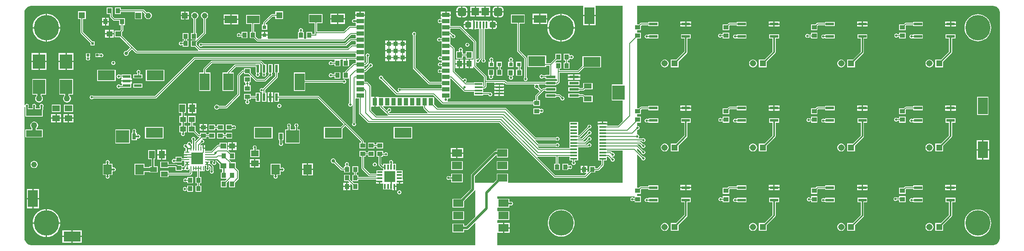
<source format=gtl>
G04*
G04 #@! TF.GenerationSoftware,Altium Limited,Altium Designer,22.8.2 (66)*
G04*
G04 Layer_Physical_Order=1*
G04 Layer_Color=255*
%FSLAX25Y25*%
%MOIN*%
G70*
G04*
G04 #@! TF.SameCoordinates,F23DE1FB-CEBC-40D8-82DF-6EE2EAA0B71B*
G04*
G04*
G04 #@! TF.FilePolarity,Positive*
G04*
G01*
G75*
%ADD11C,0.00787*%
%ADD12C,0.01181*%
%ADD16C,0.02000*%
%ADD70R,0.05807X0.01772*%
%ADD71R,0.07874X0.05906*%
%ADD72R,0.06600X0.02200*%
%ADD73R,0.03937X0.03543*%
%ADD74R,0.03543X0.03937*%
%ADD75R,0.09843X0.11811*%
%ADD76R,0.06299X0.03937*%
%ADD77R,0.07800X0.02200*%
%ADD78R,0.05906X0.01772*%
%ADD79R,0.03150X0.03150*%
%ADD80R,0.03543X0.03543*%
%ADD81R,0.05906X0.03543*%
%ADD82R,0.03543X0.05906*%
%ADD83C,0.02756*%
%ADD84R,0.01378X0.03937*%
%ADD85R,0.03937X0.01378*%
%ADD86R,0.08504X0.08504*%
%ADD87R,0.13780X0.07874*%
%ADD88R,0.06000X0.04724*%
%ADD89R,0.02362X0.05906*%
%ADD90R,0.03000X0.05000*%
%ADD91R,0.10500X0.10000*%
%ADD92R,0.06693X0.07874*%
%ADD93R,0.05512X0.03937*%
%ADD94R,0.01063X0.03386*%
%ADD95R,0.03386X0.01063*%
%ADD96R,0.09646X0.09646*%
%ADD97R,0.04724X0.04331*%
%ADD98R,0.04724X0.06000*%
%ADD99R,0.02000X0.02000*%
%ADD100R,0.06400X0.02000*%
%ADD101R,0.03600X0.04300*%
%ADD102R,0.09843X0.06299*%
%ADD103R,0.03150X0.03150*%
%ADD104R,0.04331X0.04724*%
%ADD105R,0.07874X0.13780*%
%ADD106R,0.09843X0.11580*%
%ADD107R,0.12953X0.05276*%
%ADD108R,0.01575X0.05315*%
%ADD109R,0.05906X0.06102*%
%ADD110C,0.01968*%
%ADD111C,0.00984*%
%ADD112C,0.02756*%
%ADD113R,0.05150X0.05150*%
%ADD114C,0.05150*%
%ADD115C,0.01181*%
%ADD116C,0.01575*%
%ADD117C,0.04528*%
%ADD118R,0.04528X0.04528*%
%ADD119R,0.04528X0.04528*%
%ADD120O,0.20079X0.20472*%
G04:AMPARAMS|DCode=121|XSize=68.9mil|YSize=68.9mil|CornerRadius=17.22mil|HoleSize=0mil|Usage=FLASHONLY|Rotation=0.000|XOffset=0mil|YOffset=0mil|HoleType=Round|Shape=RoundedRectangle|*
%AMROUNDEDRECTD121*
21,1,0.06890,0.03445,0,0,0.0*
21,1,0.03445,0.06890,0,0,0.0*
1,1,0.03445,0.01722,-0.01722*
1,1,0.03445,-0.01722,-0.01722*
1,1,0.03445,-0.01722,0.01722*
1,1,0.03445,0.01722,0.01722*
%
%ADD121ROUNDEDRECTD121*%
G04:AMPARAMS|DCode=122|XSize=49.21mil|YSize=47.24mil|CornerRadius=11.81mil|HoleSize=0mil|Usage=FLASHONLY|Rotation=180.000|XOffset=0mil|YOffset=0mil|HoleType=Round|Shape=RoundedRectangle|*
%AMROUNDEDRECTD122*
21,1,0.04921,0.02362,0,0,180.0*
21,1,0.02559,0.04724,0,0,180.0*
1,1,0.02362,-0.01280,0.01181*
1,1,0.02362,0.01280,0.01181*
1,1,0.02362,0.01280,-0.01181*
1,1,0.02362,-0.01280,-0.01181*
%
%ADD122ROUNDEDRECTD122*%
%ADD123C,0.01968*%
%ADD124C,0.05000*%
G36*
X779528Y194843D02*
X780105D01*
X781239Y194618D01*
X782307Y194176D01*
X783267Y193534D01*
X784085Y192716D01*
X784727Y191755D01*
X785169Y190688D01*
X785394Y189554D01*
X785394Y188976D01*
X785394Y7874D01*
Y7296D01*
X785169Y6163D01*
X784727Y5095D01*
X784085Y4134D01*
X783267Y3317D01*
X782307Y2675D01*
X781239Y2232D01*
X780105Y2007D01*
X779528Y2007D01*
X381890Y2007D01*
Y11795D01*
X386311D01*
Y15748D01*
Y19701D01*
X381890D01*
Y21948D01*
X382283Y22205D01*
X382390Y22205D01*
X391339D01*
Y29291D01*
X382390D01*
X382283Y29291D01*
X381890Y29548D01*
Y31948D01*
X382283Y32205D01*
X382390Y32205D01*
X391339D01*
Y33879D01*
X391825Y34098D01*
X392403Y33858D01*
X393030D01*
X393609Y34098D01*
X394052Y34541D01*
X394291Y35120D01*
Y35746D01*
X394052Y36325D01*
X393609Y36768D01*
X393030Y37008D01*
X392403D01*
X391825Y36768D01*
X391339Y36987D01*
Y39291D01*
X382390D01*
X382283Y39291D01*
X381890Y39548D01*
Y41339D01*
X492010D01*
Y39951D01*
X491392D01*
X491060Y40283D01*
X490482Y40523D01*
X489855D01*
X489276Y40283D01*
X488833Y39840D01*
X488593Y39261D01*
Y38635D01*
X488833Y38056D01*
X489276Y37613D01*
X489855Y37373D01*
X490482D01*
X491060Y37613D01*
X491392Y37944D01*
X492010D01*
Y36653D01*
X497128D01*
Y41378D01*
X494095D01*
Y43346D01*
X497128D01*
Y46848D01*
X497623Y47343D01*
X503219D01*
Y46656D01*
X511000D01*
Y50037D01*
X503219D01*
Y49350D01*
X497207D01*
X496823Y49273D01*
X496497Y49056D01*
X495512Y48070D01*
X494095D01*
Y74699D01*
X494556Y74891D01*
X497441Y72006D01*
Y71537D01*
X497681Y70958D01*
X498124Y70515D01*
X498702Y70276D01*
X499329D01*
X499908Y70515D01*
X500351Y70958D01*
X500591Y71537D01*
Y72164D01*
X500351Y72742D01*
X499908Y73185D01*
X499329Y73425D01*
X498860D01*
X494095Y78191D01*
Y79620D01*
X494556Y79812D01*
X497441Y76927D01*
Y76458D01*
X497681Y75880D01*
X498124Y75437D01*
X498702Y75197D01*
X499329D01*
X499908Y75437D01*
X500351Y75880D01*
X500591Y76458D01*
Y77085D01*
X500351Y77664D01*
X499908Y78107D01*
X499329Y78347D01*
X498860D01*
X494706Y82501D01*
X494380Y82718D01*
X494095Y82775D01*
Y83347D01*
X495943D01*
X497441Y81849D01*
Y81380D01*
X497681Y80801D01*
X498124Y80358D01*
X498702Y80118D01*
X499329D01*
X499908Y80358D01*
X500351Y80801D01*
X500591Y81380D01*
Y82006D01*
X500351Y82585D01*
X499908Y83028D01*
X499329Y83268D01*
X498860D01*
X497068Y85060D01*
X496742Y85277D01*
X496358Y85354D01*
X494095D01*
Y85906D01*
X497605D01*
X497681Y85722D01*
X498124Y85279D01*
X498702Y85039D01*
X499329D01*
X499908Y85279D01*
X500351Y85722D01*
X500591Y86301D01*
Y86927D01*
X500351Y87506D01*
X499908Y87949D01*
X499329Y88189D01*
X498702D01*
X498124Y87949D01*
X498088Y87913D01*
X495375D01*
X495168Y88413D01*
X495430Y88675D01*
X495669Y89254D01*
Y89880D01*
X495430Y90459D01*
X494986Y90902D01*
X494408Y91142D01*
X494095D01*
Y94669D01*
X494279Y94854D01*
X494748D01*
X495327Y95094D01*
X495770Y95537D01*
X496010Y96115D01*
Y96742D01*
X495770Y97321D01*
X495327Y97764D01*
X494748Y98003D01*
X494122D01*
X494095Y98022D01*
Y100677D01*
X497128D01*
Y105401D01*
X494095D01*
Y107370D01*
X497128D01*
Y110872D01*
X497623Y111366D01*
X503219D01*
Y110679D01*
X511000D01*
Y114060D01*
X503219D01*
Y113373D01*
X497207D01*
X496823Y113297D01*
X496497Y113079D01*
X495512Y112094D01*
X494095D01*
Y168446D01*
X497128D01*
Y173170D01*
X494095D01*
Y175139D01*
X497128D01*
Y178641D01*
X497623Y179135D01*
X503219D01*
Y178448D01*
X511000D01*
Y181830D01*
X503219D01*
Y181142D01*
X497207D01*
X496823Y181066D01*
X496497Y180849D01*
X495512Y179863D01*
X494095D01*
Y194843D01*
X779528Y194843D01*
D02*
G37*
G36*
X322581Y112439D02*
X322658Y112055D01*
X322875Y111729D01*
X325817Y108787D01*
X325610Y108287D01*
X295300D01*
X294803Y108784D01*
X295010Y109284D01*
X295300D01*
X295878Y109524D01*
X296321Y109967D01*
X296561Y110546D01*
Y111172D01*
X296321Y111751D01*
X295878Y112194D01*
X295300Y112434D01*
X294673D01*
X294094Y112194D01*
X293651Y111751D01*
X293411Y111172D01*
Y110882D01*
X292982Y110605D01*
X290072Y113514D01*
X290264Y113976D01*
X291085Y113976D01*
X291447Y113976D01*
X295723D01*
X296085Y113976D01*
X296447Y113976D01*
X300723D01*
X301085Y113976D01*
X301447Y113976D01*
X305723D01*
X306085Y113976D01*
X306447Y113976D01*
X310723D01*
X311085Y113976D01*
X311447Y113976D01*
X315723D01*
X316085Y113976D01*
X316447Y113976D01*
X320723D01*
X321085Y113976D01*
X321447Y113976D01*
X322581D01*
Y112439D01*
D02*
G37*
G36*
X450772Y194843D02*
Y187508D01*
X455709D01*
X460646D01*
Y194843D01*
X482267D01*
Y131496D01*
X473622D01*
Y118504D01*
X482267D01*
Y101796D01*
X478620Y98149D01*
X470195D01*
Y99205D01*
X466291D01*
X462388D01*
Y97819D01*
X462797D01*
Y93110D01*
Y90551D01*
Y87992D01*
Y85433D01*
Y82874D01*
Y80315D01*
Y77756D01*
Y75197D01*
Y72638D01*
Y70079D01*
X465288D01*
Y67101D01*
X462183Y63996D01*
X460433D01*
Y65551D01*
X455709D01*
Y61929D01*
X454611Y60832D01*
X454150Y61023D01*
Y62492D01*
X451878D01*
Y60024D01*
X453150D01*
X453341Y59562D01*
X451870Y58090D01*
X428400D01*
X413843Y72647D01*
X414062Y73085D01*
X414087Y73111D01*
X428721D01*
Y67520D01*
X427362D01*
Y62402D01*
X432087D01*
Y67520D01*
X430728D01*
Y73111D01*
X439663D01*
Y70079D01*
X442064D01*
Y69290D01*
X441732Y68959D01*
X441493Y68380D01*
Y67753D01*
X441732Y67175D01*
X442175Y66732D01*
X442754Y66492D01*
X443381D01*
X443959Y66732D01*
X444402Y67175D01*
X444642Y67753D01*
Y68380D01*
X444402Y68959D01*
X444071Y69290D01*
Y70079D01*
X446652D01*
Y72638D01*
Y75197D01*
Y77756D01*
Y80788D01*
X454657D01*
X455041Y80864D01*
X455367Y81082D01*
X455389Y81105D01*
X455395Y81102D01*
X456022D01*
X456601Y81342D01*
X457044Y81785D01*
X457283Y82364D01*
Y82990D01*
X457044Y83569D01*
X456601Y84012D01*
X456022Y84252D01*
X455395D01*
X454817Y84012D01*
X454374Y83569D01*
X454134Y82990D01*
Y82795D01*
X446652D01*
Y83347D01*
X452461D01*
X452845Y83423D01*
X453170Y83641D01*
X455553Y86024D01*
X456022D01*
X456601Y86263D01*
X457044Y86706D01*
X457283Y87285D01*
Y87912D01*
X457044Y88490D01*
X456601Y88933D01*
X456022Y89173D01*
X455395D01*
X454817Y88933D01*
X454374Y88490D01*
X454134Y87912D01*
Y87443D01*
X452045Y85354D01*
X446652D01*
Y85906D01*
X450098D01*
X450483Y85982D01*
X450808Y86200D01*
X455553Y90945D01*
X456022D01*
X456601Y91185D01*
X457044Y91628D01*
X457283Y92206D01*
Y92833D01*
X457044Y93412D01*
X456601Y93855D01*
X456022Y94095D01*
X455395D01*
X454817Y93855D01*
X454374Y93412D01*
X454134Y92833D01*
Y92364D01*
X449683Y87913D01*
X446652D01*
Y88465D01*
X447736D01*
X448120Y88541D01*
X448446Y88759D01*
X455553Y95866D01*
X456022D01*
X456601Y96106D01*
X457044Y96549D01*
X457283Y97128D01*
Y97754D01*
X457044Y98333D01*
X456601Y98776D01*
X456022Y99016D01*
X455395D01*
X454817Y98776D01*
X454374Y98333D01*
X454134Y97754D01*
Y97285D01*
X447321Y90472D01*
X446652D01*
Y93110D01*
Y95669D01*
Y98228D01*
Y101181D01*
X439663D01*
Y98228D01*
Y95669D01*
Y93110D01*
Y90551D01*
Y87992D01*
Y85433D01*
Y82874D01*
Y80236D01*
X415278D01*
X414321Y81193D01*
X414322Y81201D01*
X414547Y81674D01*
X428895D01*
X429226Y81342D01*
X429805Y81102D01*
X430431D01*
X431010Y81342D01*
X431453Y81785D01*
X431693Y82364D01*
Y82990D01*
X431453Y83569D01*
X431010Y84012D01*
X430431Y84252D01*
X429805D01*
X429226Y84012D01*
X428895Y83681D01*
X414786D01*
X412354Y86112D01*
X412361Y86163D01*
X412579Y86595D01*
X428895D01*
X429226Y86263D01*
X429805Y86024D01*
X430431D01*
X431010Y86263D01*
X431453Y86706D01*
X431693Y87285D01*
Y87912D01*
X431453Y88490D01*
X431010Y88933D01*
X430431Y89173D01*
X429805D01*
X429226Y88933D01*
X428895Y88602D01*
X412830D01*
X389162Y112269D01*
X388837Y112487D01*
X388453Y112563D01*
X333780D01*
X330947Y115396D01*
Y121063D01*
X326447D01*
X326085Y121063D01*
X325723Y121063D01*
X321447D01*
X321085Y121063D01*
X320723Y121063D01*
X316447D01*
X316085Y121063D01*
X315723Y121063D01*
X311447D01*
X311085Y121063D01*
X310723Y121063D01*
X306447D01*
X306085Y121063D01*
X305723Y121063D01*
X301447D01*
X301085Y121063D01*
X300723Y121063D01*
X296447D01*
X296085Y121063D01*
X295723Y121063D01*
X291447D01*
X291085Y121063D01*
X290723Y121063D01*
X286356D01*
Y121473D01*
X284085D01*
Y117520D01*
Y113567D01*
X286356D01*
Y113976D01*
X287581D01*
Y113583D01*
X287658Y113199D01*
X287875Y112873D01*
X292402Y108347D01*
X292402Y108347D01*
X293930Y106818D01*
X293723Y106318D01*
X284864D01*
X280531Y110652D01*
Y113184D01*
X280813Y113567D01*
X283085D01*
Y117520D01*
Y121473D01*
X280813D01*
X280531Y121856D01*
Y129921D01*
X280455Y130305D01*
X280237Y130631D01*
X277717Y133151D01*
X277392Y133368D01*
X277008Y133444D01*
X275513D01*
X275160Y133798D01*
X275160Y134941D01*
X275160Y135303D01*
Y139579D01*
X275160Y139941D01*
X275160Y140303D01*
Y141437D01*
X275717D01*
X276101Y141514D01*
X276426Y141731D01*
X279934Y145239D01*
X280453D01*
X281032Y145479D01*
X281475Y145922D01*
X281715Y146500D01*
Y147127D01*
X281475Y147706D01*
X281032Y148149D01*
X280453Y148388D01*
X279827D01*
X279248Y148149D01*
X278805Y147706D01*
X278565Y147127D01*
Y146709D01*
X275660Y143803D01*
X275160Y144010D01*
X275160Y144941D01*
X275160Y145303D01*
Y146437D01*
X275887D01*
X276271Y146514D01*
X276596Y146731D01*
X278263Y148399D01*
X278481Y148724D01*
X278557Y149108D01*
Y153636D01*
X278956Y154035D01*
X279196Y154614D01*
Y155240D01*
X278956Y155819D01*
X278513Y156262D01*
X277934Y156502D01*
X277308D01*
X276729Y156262D01*
X276286Y155819D01*
X276046Y155240D01*
Y154614D01*
X276286Y154035D01*
X276550Y153770D01*
Y149524D01*
X275660Y148633D01*
X275160Y148840D01*
X275160Y149941D01*
X275160Y150303D01*
Y154579D01*
X275160Y154941D01*
X275160Y155303D01*
Y159803D01*
X275160D01*
Y160079D01*
X275160D01*
Y164579D01*
X275160Y164941D01*
X275160Y165303D01*
Y169579D01*
X275160Y169941D01*
X275160Y170303D01*
Y174579D01*
X275160Y174941D01*
X275160Y175303D01*
Y179579D01*
X275160Y179941D01*
X275160Y180303D01*
Y184669D01*
X275569D01*
Y186941D01*
X267664D01*
Y184669D01*
X267754D01*
X267910Y184325D01*
X267489Y184044D01*
X267139Y184189D01*
X266512D01*
X265934Y183949D01*
X265491Y183506D01*
X265251Y182927D01*
Y182301D01*
X265491Y181722D01*
X265934Y181279D01*
X266512Y181039D01*
X267139D01*
X267573Y181219D01*
X267968Y181031D01*
X268073Y180927D01*
X268073Y179941D01*
X268073Y179579D01*
Y178641D01*
X263268D01*
X262884Y178565D01*
X262558Y178347D01*
X258443Y174232D01*
X237208D01*
Y180709D01*
X241339D01*
Y188189D01*
X230315D01*
Y180709D01*
X235200D01*
Y173228D01*
Y172263D01*
X233071D01*
Y173819D01*
X228346D01*
Y168826D01*
X228346Y168701D01*
X228043Y168326D01*
X226681D01*
X226378Y168701D01*
X226378Y168826D01*
Y173819D01*
X225619D01*
X225473Y174067D01*
X225379Y174319D01*
X225597Y174843D01*
Y175470D01*
X225357Y176048D01*
X224914Y176491D01*
X224335Y176731D01*
X223709D01*
X223130Y176491D01*
X222687Y176048D01*
X222447Y175470D01*
Y174843D01*
X222664Y174319D01*
X222571Y174067D01*
X222425Y173819D01*
X221654D01*
Y168826D01*
X221654Y168701D01*
X221350Y168326D01*
X197798D01*
X197457Y168685D01*
X197457Y168826D01*
Y170760D01*
X194882D01*
X192307D01*
Y168826D01*
X192307Y168685D01*
X191966Y168326D01*
X189526D01*
X187795Y170057D01*
Y173819D01*
X186437D01*
Y180118D01*
X191142D01*
Y187598D01*
X180118D01*
Y180118D01*
X184430D01*
Y173819D01*
X183071D01*
Y168701D01*
X186313D01*
X188401Y166613D01*
X188727Y166396D01*
X189111Y166319D01*
X258858D01*
X259242Y166396D01*
X259568Y166613D01*
X264589Y171634D01*
X267720D01*
X268073Y171281D01*
X268073Y169941D01*
X268073Y169579D01*
Y168641D01*
X264094D01*
X263710Y168565D01*
X263385Y168347D01*
X259427Y164389D01*
X144924D01*
X144593Y164721D01*
X144014Y164961D01*
X143387D01*
X142809Y164721D01*
X142366Y164278D01*
X142126Y163699D01*
Y163073D01*
X142366Y162494D01*
X142809Y162051D01*
X143387Y161811D01*
X144014D01*
X144593Y162051D01*
X144924Y162382D01*
X259842D01*
X260227Y162459D01*
X260552Y162676D01*
X264510Y166634D01*
X267720D01*
X268073Y166281D01*
X268073Y164941D01*
X268073Y164579D01*
Y163641D01*
X265000D01*
X264616Y163565D01*
X264290Y163347D01*
X261395Y160452D01*
X143287D01*
X140551Y163188D01*
Y165437D01*
X147414Y172300D01*
X147632Y172626D01*
X147708Y173010D01*
Y184322D01*
X147806Y184348D01*
X148457Y184724D01*
X148989Y185255D01*
X149364Y185906D01*
X149559Y186632D01*
Y187384D01*
X149364Y188110D01*
X148989Y188760D01*
X148457Y189292D01*
X147806Y189668D01*
X147081Y189862D01*
X146329D01*
X145603Y189668D01*
X144952Y189292D01*
X144421Y188760D01*
X144045Y188110D01*
X143850Y187384D01*
Y186632D01*
X144045Y185906D01*
X144421Y185255D01*
X144952Y184724D01*
X145603Y184348D01*
X145701Y184322D01*
Y173426D01*
X141013Y168738D01*
X140551Y168929D01*
Y172835D01*
X139811D01*
Y184322D01*
X139909Y184348D01*
X140560Y184724D01*
X141091Y185255D01*
X141467Y185906D01*
X141661Y186632D01*
Y187384D01*
X141467Y188110D01*
X141091Y188760D01*
X140560Y189292D01*
X139909Y189668D01*
X139183Y189862D01*
X138431D01*
X137705Y189668D01*
X137055Y189292D01*
X136523Y188760D01*
X136147Y188110D01*
X135953Y187384D01*
Y186632D01*
X136147Y185906D01*
X136523Y185255D01*
X137055Y184724D01*
X137705Y184348D01*
X137803Y184322D01*
Y172835D01*
X135827D01*
Y167717D01*
X139305D01*
X139491Y167280D01*
X139202Y166929D01*
X135827D01*
Y161811D01*
X139090D01*
X141760Y159141D01*
X141552Y158641D01*
X92575D01*
X89191Y162025D01*
X89191Y162025D01*
X80315Y170901D01*
Y173606D01*
X81229Y174520D01*
X81446Y174845D01*
X81522Y175229D01*
Y179346D01*
X82910D01*
Y184827D01*
X79180D01*
X79120Y184839D01*
X74454D01*
X72854Y186439D01*
Y189471D01*
X72835Y189568D01*
Y193408D01*
X68110D01*
Y188289D01*
X70847D01*
Y186024D01*
X70923Y185640D01*
X71141Y185314D01*
X73329Y183126D01*
X73654Y182908D01*
X74038Y182832D01*
X78128D01*
Y179346D01*
X79515D01*
Y175645D01*
X78870Y175000D01*
X74410D01*
Y169488D01*
X78890D01*
X87062Y161316D01*
X84165Y158418D01*
X84053Y158465D01*
X83270D01*
X82546Y158165D01*
X81993Y157611D01*
X81693Y156888D01*
Y156105D01*
X81993Y155381D01*
X82546Y154827D01*
X83270Y154528D01*
X84053D01*
X84777Y154827D01*
X85330Y155381D01*
X85630Y156105D01*
Y156888D01*
X85584Y156999D01*
X88481Y159897D01*
X91450Y156928D01*
X91775Y156711D01*
X92159Y156634D01*
X267720D01*
X268073Y156281D01*
X268073Y154941D01*
X268073Y154579D01*
Y153641D01*
X138858D01*
X138474Y153565D01*
X138149Y153347D01*
X106868Y122066D01*
X57326D01*
X56994Y122398D01*
X56416Y122638D01*
X55789D01*
X55210Y122398D01*
X54767Y121955D01*
X54528Y121376D01*
Y120750D01*
X54767Y120171D01*
X55210Y119728D01*
X55789Y119488D01*
X56416D01*
X56994Y119728D01*
X57326Y120060D01*
X107283D01*
X107668Y120136D01*
X107993Y120353D01*
X139274Y151634D01*
X251068D01*
X251181Y151181D01*
X251181Y151134D01*
Y149626D01*
X249255D01*
X248923Y149957D01*
X248345Y150197D01*
X247718D01*
X247139Y149957D01*
X246696Y149514D01*
X246457Y148935D01*
Y148309D01*
X246696Y147730D01*
X247139Y147287D01*
X247718Y147047D01*
X248345D01*
X248923Y147287D01*
X249255Y147618D01*
X251181D01*
Y146063D01*
X255906D01*
Y151134D01*
X255906Y151181D01*
X256019Y151634D01*
X257761D01*
X257874Y151181D01*
X257874D01*
Y146063D01*
X262598D01*
Y151181D01*
X262598D01*
X262712Y151634D01*
X267720D01*
X268073Y151281D01*
X268073Y149941D01*
X268073Y149579D01*
Y148641D01*
X266732D01*
X266348Y148565D01*
X266023Y148347D01*
X259853Y142177D01*
X259635Y141852D01*
X259559Y141468D01*
Y141339D01*
X257874D01*
Y136221D01*
X262598Y136221D01*
X262776Y135794D01*
Y116381D01*
X262444Y116050D01*
X262205Y115471D01*
Y114844D01*
X262444Y114265D01*
X262888Y113822D01*
X263466Y113583D01*
X264093D01*
X264672Y113822D01*
X265115Y114265D01*
X265229Y114541D01*
X265729Y114442D01*
Y100633D01*
X265397Y100302D01*
X265158Y99723D01*
Y99096D01*
X265397Y98517D01*
X265840Y98074D01*
X266419Y97835D01*
X267045D01*
X267624Y98074D01*
X268067Y98517D01*
X268307Y99096D01*
Y99723D01*
X268067Y100302D01*
X267736Y100633D01*
Y119719D01*
X268073Y120079D01*
X268236Y120079D01*
X270613D01*
Y108305D01*
X270689Y107921D01*
X270907Y107595D01*
X277814Y100688D01*
X278139Y100471D01*
X278523Y100394D01*
X383257D01*
X427275Y56377D01*
X427600Y56160D01*
X427984Y56083D01*
X452285D01*
X452669Y56160D01*
X452995Y56377D01*
X457051Y60433D01*
X460433D01*
Y61989D01*
X462598D01*
X462983Y62065D01*
X463308Y62283D01*
X467001Y65975D01*
X467218Y66301D01*
X467295Y66685D01*
Y70079D01*
X469785D01*
Y73111D01*
X470746D01*
X472835Y71022D01*
Y70553D01*
X473074Y69974D01*
X473517Y69531D01*
X474096Y69291D01*
X474723D01*
X475302Y69531D01*
X475744Y69974D01*
X475984Y70553D01*
Y71179D01*
X475744Y71758D01*
X475302Y72201D01*
X474723Y72441D01*
X474257D01*
X473945Y72813D01*
X474020Y73019D01*
X474173Y73228D01*
X474723D01*
X475302Y73468D01*
X475744Y73911D01*
X475984Y74490D01*
Y75116D01*
X475744Y75695D01*
X475302Y76138D01*
X474723Y76378D01*
X474254D01*
X473249Y77383D01*
X472923Y77600D01*
X472539Y77677D01*
X469785D01*
Y78229D01*
X482267D01*
Y52165D01*
X390611D01*
X390354Y52559D01*
Y59646D01*
X381299D01*
Y54830D01*
X378635Y52165D01*
X364310D01*
X364173Y52165D01*
X363810Y52496D01*
Y57406D01*
X380799Y74395D01*
X381299Y74250D01*
Y72559D01*
X390354D01*
Y79646D01*
X381299D01*
Y77708D01*
X380236D01*
X380236Y77708D01*
X379622Y77586D01*
X379101Y77238D01*
X379101Y77238D01*
X361069Y59206D01*
X360721Y58685D01*
X360599Y58071D01*
X360599Y58071D01*
Y47529D01*
X352361Y39291D01*
X345866D01*
Y32205D01*
X354921D01*
Y37310D01*
X363340Y45728D01*
X363673Y46227D01*
X363711Y46234D01*
X364173Y46071D01*
Y24908D01*
X356618Y17354D01*
X354921D01*
Y19291D01*
X345866D01*
Y12205D01*
X354921D01*
Y14142D01*
X357283D01*
X357283Y14142D01*
X357898Y14265D01*
X358419Y14613D01*
X363711Y19905D01*
X364173Y19714D01*
Y2007D01*
X7874D01*
X7296Y2007D01*
X6163Y2232D01*
X5095Y2675D01*
X4134Y3317D01*
X3317Y4134D01*
X2675Y5095D01*
X2232Y6163D01*
X2007Y7296D01*
Y7874D01*
X2007Y113144D01*
X2507Y113341D01*
X2733Y113106D01*
Y111102D01*
X2776Y110887D01*
Y105630D01*
X16909D01*
Y110887D01*
X16952Y111102D01*
Y113150D01*
X17083Y113281D01*
X17323Y113860D01*
Y114487D01*
X17083Y115065D01*
X16640Y115508D01*
X16061Y115748D01*
X15435D01*
X14856Y115508D01*
X14413Y115065D01*
X14173Y114487D01*
Y113860D01*
X14413Y113281D01*
X14544Y113150D01*
Y112087D01*
X11047D01*
Y113150D01*
X11178Y113281D01*
X11417Y113860D01*
Y114487D01*
X11178Y115065D01*
X10735Y115508D01*
X10156Y115748D01*
X9529D01*
X8951Y115508D01*
X8507Y115065D01*
X8268Y114487D01*
Y113860D01*
X8507Y113281D01*
X8638Y113150D01*
Y112087D01*
X5141D01*
Y113150D01*
X5272Y113281D01*
X5512Y113860D01*
Y114487D01*
X5272Y115065D01*
X4829Y115508D01*
X4250Y115748D01*
X3624D01*
X3045Y115508D01*
X2602Y115065D01*
X2507Y114836D01*
X2007Y114936D01*
Y188976D01*
Y189554D01*
X2232Y190688D01*
X2675Y191755D01*
X3317Y192716D01*
X4134Y193534D01*
X5095Y194176D01*
X6163Y194618D01*
X7296Y194843D01*
X7874Y194843D01*
X450772Y194843D01*
D02*
G37*
%LPC*%
G36*
X679242Y182239D02*
X675442D01*
Y180639D01*
X679242D01*
Y182239D01*
D02*
G37*
G36*
X674442D02*
X670642D01*
Y180639D01*
X674442D01*
Y182239D01*
D02*
G37*
G36*
X608376D02*
X604576D01*
Y180639D01*
X608376D01*
Y182239D01*
D02*
G37*
G36*
X603576D02*
X599776D01*
Y180639D01*
X603576D01*
Y182239D01*
D02*
G37*
G36*
X537510D02*
X533710D01*
Y180639D01*
X537510D01*
Y182239D01*
D02*
G37*
G36*
X532710D02*
X528910D01*
Y180639D01*
X532710D01*
Y182239D01*
D02*
G37*
G36*
X750055Y182230D02*
X746255D01*
Y180630D01*
X750055D01*
Y182230D01*
D02*
G37*
G36*
X745255D02*
X741455D01*
Y180630D01*
X745255D01*
Y182230D01*
D02*
G37*
G36*
X652733Y181830D02*
X644952D01*
Y181142D01*
X638939D01*
X638555Y181066D01*
X638230Y180849D01*
X637245Y179863D01*
X633743D01*
Y175139D01*
X638861D01*
Y178641D01*
X639355Y179135D01*
X644952D01*
Y178448D01*
X652733D01*
Y181830D01*
D02*
G37*
G36*
X581867D02*
X574085D01*
Y181142D01*
X568073D01*
X567689Y181066D01*
X567364Y180849D01*
X566378Y179863D01*
X562876D01*
Y175139D01*
X567994D01*
Y178641D01*
X568489Y179135D01*
X574085D01*
Y178448D01*
X581867D01*
Y181830D01*
D02*
G37*
G36*
X723545Y181820D02*
X715764D01*
Y181133D01*
X709752D01*
X709368Y181057D01*
X709043Y180840D01*
X708057Y179854D01*
X704555D01*
Y175130D01*
X709673D01*
Y178632D01*
X710168Y179126D01*
X715764D01*
Y178439D01*
X723545D01*
Y181820D01*
D02*
G37*
G36*
X679242Y179639D02*
X675442D01*
Y178039D01*
X679242D01*
Y179639D01*
D02*
G37*
G36*
X674442D02*
X670642D01*
Y178039D01*
X674442D01*
Y179639D01*
D02*
G37*
G36*
X608376D02*
X604576D01*
Y178039D01*
X608376D01*
Y179639D01*
D02*
G37*
G36*
X603576D02*
X599776D01*
Y178039D01*
X603576D01*
Y179639D01*
D02*
G37*
G36*
X537510D02*
X533710D01*
Y178039D01*
X537510D01*
Y179639D01*
D02*
G37*
G36*
X532710D02*
X528910D01*
Y178039D01*
X532710D01*
Y179639D01*
D02*
G37*
G36*
X750055Y179630D02*
X746255D01*
Y178030D01*
X750055D01*
Y179630D01*
D02*
G37*
G36*
X745255D02*
X741455D01*
Y178030D01*
X745255D01*
Y179630D01*
D02*
G37*
G36*
X709673Y173161D02*
X704555D01*
Y171871D01*
X703413D01*
X703081Y172202D01*
X702502Y172442D01*
X701876D01*
X701297Y172202D01*
X700854Y171759D01*
X700614Y171180D01*
Y170554D01*
X700854Y169975D01*
X701297Y169532D01*
X701876Y169292D01*
X702502D01*
X703081Y169532D01*
X703413Y169864D01*
X704555D01*
Y168437D01*
X709673D01*
Y173161D01*
D02*
G37*
G36*
X567994Y173170D02*
X562876D01*
Y171692D01*
X561897D01*
X561565Y172023D01*
X560987Y172263D01*
X560360D01*
X559781Y172023D01*
X559338Y171580D01*
X559099Y171002D01*
Y170375D01*
X559338Y169796D01*
X559781Y169353D01*
X560360Y169114D01*
X560987D01*
X561565Y169353D01*
X561897Y169685D01*
X562876D01*
Y168446D01*
X567994D01*
Y173170D01*
D02*
G37*
G36*
X638861D02*
X633743D01*
Y171633D01*
X632027D01*
X631696Y171964D01*
X631117Y172204D01*
X630490D01*
X629911Y171964D01*
X629468Y171521D01*
X629229Y170942D01*
Y170316D01*
X629468Y169737D01*
X629911Y169294D01*
X630490Y169054D01*
X631117D01*
X631696Y169294D01*
X632027Y169625D01*
X633743D01*
Y168446D01*
X638861D01*
Y173170D01*
D02*
G37*
G36*
X652733Y171829D02*
X644952D01*
Y171614D01*
X644452Y171407D01*
X644445Y171413D01*
X643867Y171653D01*
X643240D01*
X642661Y171413D01*
X642218Y170970D01*
X641979Y170392D01*
Y169765D01*
X642218Y169186D01*
X642661Y168743D01*
X643240Y168504D01*
X643867D01*
X644445Y168743D01*
X644452Y168749D01*
X644952Y168542D01*
Y168448D01*
X652733D01*
Y171829D01*
D02*
G37*
G36*
X581867D02*
X574085D01*
Y171614D01*
X573585Y171407D01*
X573579Y171413D01*
X573000Y171653D01*
X572374D01*
X571795Y171413D01*
X571352Y170970D01*
X571112Y170392D01*
Y169765D01*
X571352Y169186D01*
X571795Y168743D01*
X572374Y168504D01*
X573000D01*
X573579Y168743D01*
X573585Y168749D01*
X574085Y168542D01*
Y168448D01*
X581867D01*
Y171829D01*
D02*
G37*
G36*
X511000D02*
X503219D01*
Y171614D01*
X502719Y171407D01*
X502713Y171413D01*
X502134Y171653D01*
X501508D01*
X500929Y171413D01*
X500486Y170970D01*
X500246Y170392D01*
Y169765D01*
X500486Y169186D01*
X500929Y168743D01*
X501508Y168504D01*
X502134D01*
X502713Y168743D01*
X502719Y168749D01*
X503219Y168542D01*
Y168448D01*
X511000D01*
Y171829D01*
D02*
G37*
G36*
X723545Y171820D02*
X715764D01*
Y171605D01*
X715264Y171398D01*
X715258Y171404D01*
X714679Y171644D01*
X714053D01*
X713474Y171404D01*
X713031Y170961D01*
X712791Y170383D01*
Y169756D01*
X713031Y169177D01*
X713474Y168734D01*
X714053Y168494D01*
X714679D01*
X715258Y168734D01*
X715264Y168740D01*
X715764Y168533D01*
Y168439D01*
X723545D01*
Y171820D01*
D02*
G37*
G36*
X767717Y188025D02*
X766048Y187894D01*
X764422Y187503D01*
X762876Y186863D01*
X761449Y185989D01*
X760177Y184902D01*
X759090Y183630D01*
X758216Y182203D01*
X757576Y180657D01*
X757185Y179030D01*
X757054Y177362D01*
Y176969D01*
X757185Y175301D01*
X757576Y173673D01*
X758216Y172128D01*
X759090Y170701D01*
X760177Y169429D01*
X761449Y168342D01*
X762876Y167468D01*
X764422Y166828D01*
X766048Y166437D01*
X767717Y166306D01*
X769385Y166437D01*
X771011Y166828D01*
X772557Y167468D01*
X773984Y168342D01*
X775256Y169429D01*
X776343Y170701D01*
X777217Y172128D01*
X777857Y173673D01*
X778248Y175301D01*
X778379Y176969D01*
Y177362D01*
X778248Y179030D01*
X777857Y180657D01*
X777217Y182203D01*
X776343Y183630D01*
X775256Y184902D01*
X773984Y185989D01*
X772557Y186863D01*
X771011Y187503D01*
X769385Y187894D01*
X767717Y188025D01*
D02*
G37*
G36*
X678833Y171829D02*
X671052D01*
Y168448D01*
X673738D01*
Y157979D01*
X667291Y151533D01*
X662664D01*
Y145202D01*
X668995D01*
Y149830D01*
X675794Y156629D01*
X675794Y156629D01*
X676055Y157019D01*
X676146Y157480D01*
Y168448D01*
X678833D01*
Y171829D01*
D02*
G37*
G36*
X658372Y151533D02*
X657538D01*
X656733Y151317D01*
X656011Y150900D01*
X655422Y150311D01*
X655006Y149589D01*
X654790Y148784D01*
Y147951D01*
X655006Y147145D01*
X655422Y146424D01*
X656011Y145834D01*
X656733Y145418D01*
X657538Y145202D01*
X658372D01*
X659177Y145418D01*
X659899Y145834D01*
X660488Y146424D01*
X660905Y147145D01*
X661121Y147951D01*
Y148784D01*
X660905Y149589D01*
X660488Y150311D01*
X659899Y150900D01*
X659177Y151317D01*
X658372Y151533D01*
D02*
G37*
G36*
X607967Y171829D02*
X600185D01*
Y168448D01*
X602872D01*
Y157979D01*
X596425Y151533D01*
X591798D01*
Y145202D01*
X598128D01*
Y149830D01*
X604927Y156629D01*
X604927Y156629D01*
X605189Y157019D01*
X605280Y157480D01*
Y168448D01*
X607967D01*
Y171829D01*
D02*
G37*
G36*
X587506Y151533D02*
X586672D01*
X585867Y151317D01*
X585145Y150900D01*
X584556Y150311D01*
X584139Y149589D01*
X583924Y148784D01*
Y147951D01*
X584139Y147145D01*
X584556Y146424D01*
X585145Y145834D01*
X585867Y145418D01*
X586672Y145202D01*
X587506D01*
X588311Y145418D01*
X589033Y145834D01*
X589622Y146424D01*
X590039Y147145D01*
X590254Y147951D01*
Y148784D01*
X590039Y149589D01*
X589622Y150311D01*
X589033Y150900D01*
X588311Y151317D01*
X587506Y151533D01*
D02*
G37*
G36*
X537100Y171829D02*
X529319D01*
Y168448D01*
X532006D01*
Y157979D01*
X525559Y151533D01*
X520931D01*
Y145202D01*
X527262D01*
Y149830D01*
X534061Y156629D01*
X534061Y156629D01*
X534322Y157019D01*
X534414Y157480D01*
Y168448D01*
X537100D01*
Y171829D01*
D02*
G37*
G36*
X516640Y151533D02*
X515806D01*
X515001Y151317D01*
X514279Y150900D01*
X513690Y150311D01*
X513273Y149589D01*
X513057Y148784D01*
Y147951D01*
X513273Y147145D01*
X513690Y146424D01*
X514279Y145834D01*
X515001Y145418D01*
X515806Y145202D01*
X516640D01*
X517445Y145418D01*
X518166Y145834D01*
X518756Y146424D01*
X519172Y147145D01*
X519388Y147951D01*
Y148784D01*
X519172Y149589D01*
X518756Y150311D01*
X518166Y150900D01*
X517445Y151317D01*
X516640Y151533D01*
D02*
G37*
G36*
X749645Y171820D02*
X741864D01*
Y168439D01*
X744551D01*
Y157970D01*
X738104Y151524D01*
X733477D01*
Y145193D01*
X739807D01*
Y149821D01*
X746606Y156620D01*
X746606Y156620D01*
X746868Y157010D01*
X746959Y157471D01*
Y168439D01*
X749645D01*
Y171820D01*
D02*
G37*
G36*
X729185Y151524D02*
X728351D01*
X727546Y151308D01*
X726824Y150891D01*
X726235Y150302D01*
X725818Y149580D01*
X725602Y148775D01*
Y147942D01*
X725818Y147136D01*
X726235Y146415D01*
X726824Y145825D01*
X727546Y145409D01*
X728351Y145193D01*
X729185D01*
X729990Y145409D01*
X730711Y145825D01*
X731301Y146415D01*
X731717Y147136D01*
X731933Y147942D01*
Y148775D01*
X731717Y149580D01*
X731301Y150302D01*
X730711Y150891D01*
X729990Y151308D01*
X729185Y151524D01*
D02*
G37*
G36*
X750055Y114470D02*
X746255D01*
Y112870D01*
X750055D01*
Y114470D01*
D02*
G37*
G36*
X745255D02*
X741455D01*
Y112870D01*
X745255D01*
Y114470D01*
D02*
G37*
G36*
X679242D02*
X675442D01*
Y112870D01*
X679242D01*
Y114470D01*
D02*
G37*
G36*
X674442D02*
X670642D01*
Y112870D01*
X674442D01*
Y114470D01*
D02*
G37*
G36*
X608376Y114470D02*
X604576D01*
Y112870D01*
X608376D01*
Y114470D01*
D02*
G37*
G36*
X603576D02*
X599776D01*
Y112870D01*
X603576D01*
Y114470D01*
D02*
G37*
G36*
X537510D02*
X533710D01*
Y112870D01*
X537510D01*
Y114470D01*
D02*
G37*
G36*
X532710D02*
X528910D01*
Y112870D01*
X532710D01*
Y114470D01*
D02*
G37*
G36*
X723546Y114060D02*
X715764D01*
Y113373D01*
X709752D01*
X709368Y113297D01*
X709043Y113079D01*
X708057Y112094D01*
X704555D01*
Y107370D01*
X709673D01*
Y110872D01*
X710168Y111366D01*
X715764D01*
Y110679D01*
X723546D01*
Y114060D01*
D02*
G37*
G36*
X652733D02*
X644952D01*
Y113373D01*
X638939D01*
X638555Y113297D01*
X638230Y113079D01*
X637245Y112094D01*
X633743D01*
Y107370D01*
X638861D01*
Y110872D01*
X639355Y111366D01*
X644952D01*
Y110679D01*
X652733D01*
Y114060D01*
D02*
G37*
G36*
X581867Y114060D02*
X574086D01*
Y113373D01*
X568073D01*
X567689Y113297D01*
X567364Y113079D01*
X566378Y112094D01*
X562876D01*
Y107370D01*
X567994D01*
Y110872D01*
X568489Y111366D01*
X574086D01*
Y110679D01*
X581867D01*
Y114060D01*
D02*
G37*
G36*
X750055Y111870D02*
X746255D01*
Y110270D01*
X750055D01*
Y111870D01*
D02*
G37*
G36*
X745255D02*
X741455D01*
Y110270D01*
X745255D01*
Y111870D01*
D02*
G37*
G36*
X679242D02*
X675442D01*
Y110270D01*
X679242D01*
Y111870D01*
D02*
G37*
G36*
X674442D02*
X670642D01*
Y110270D01*
X674442D01*
Y111870D01*
D02*
G37*
G36*
X608376Y111870D02*
X604576D01*
Y110270D01*
X608376D01*
Y111870D01*
D02*
G37*
G36*
X603576D02*
X599776D01*
Y110270D01*
X603576D01*
Y111870D01*
D02*
G37*
G36*
X537510D02*
X533710D01*
Y110270D01*
X537510D01*
Y111870D01*
D02*
G37*
G36*
X532710D02*
X528910D01*
Y110270D01*
X532710D01*
Y111870D01*
D02*
G37*
G36*
X776181Y121653D02*
X767126D01*
Y106693D01*
X776181D01*
Y121653D01*
D02*
G37*
G36*
X709673Y105401D02*
X704555D01*
Y104107D01*
X703350D01*
X703019Y104438D01*
X702440Y104678D01*
X701813D01*
X701234Y104438D01*
X700792Y103996D01*
X700552Y103417D01*
Y102790D01*
X700792Y102211D01*
X701234Y101768D01*
X701813Y101529D01*
X702440D01*
X703019Y101768D01*
X703350Y102100D01*
X704555D01*
Y100677D01*
X709673D01*
Y105401D01*
D02*
G37*
G36*
X567994Y105401D02*
X562876D01*
Y103946D01*
X562088D01*
X561756Y104278D01*
X561177Y104518D01*
X560551D01*
X559972Y104278D01*
X559529Y103835D01*
X559289Y103256D01*
Y102630D01*
X559529Y102051D01*
X559972Y101608D01*
X560551Y101368D01*
X561177D01*
X561756Y101608D01*
X562088Y101939D01*
X562876D01*
Y100677D01*
X567994D01*
Y105401D01*
D02*
G37*
G36*
X638861Y105401D02*
X633743D01*
Y103702D01*
X632996D01*
X632664Y104033D01*
X632085Y104273D01*
X631459D01*
X630880Y104033D01*
X630437Y103591D01*
X630197Y103012D01*
Y102385D01*
X630437Y101806D01*
X630880Y101363D01*
X631459Y101124D01*
X632085D01*
X632664Y101363D01*
X632996Y101695D01*
X633743D01*
Y100677D01*
X638861D01*
Y105401D01*
D02*
G37*
G36*
X723546Y104060D02*
X715764D01*
Y103845D01*
X715264Y103638D01*
X715258Y103644D01*
X714679Y103884D01*
X714053D01*
X713474Y103644D01*
X713031Y103201D01*
X712791Y102622D01*
Y101996D01*
X713031Y101417D01*
X713474Y100974D01*
X714053Y100734D01*
X714679D01*
X715258Y100974D01*
X715264Y100980D01*
X715764Y100773D01*
Y100679D01*
X723546D01*
Y104060D01*
D02*
G37*
G36*
X652733D02*
X644952D01*
Y103845D01*
X644452Y103638D01*
X644445Y103644D01*
X643867Y103884D01*
X643240D01*
X642661Y103644D01*
X642218Y103201D01*
X641979Y102622D01*
Y101996D01*
X642218Y101417D01*
X642661Y100974D01*
X643240Y100734D01*
X643867D01*
X644445Y100974D01*
X644452Y100980D01*
X644952Y100773D01*
Y100679D01*
X652733D01*
Y104060D01*
D02*
G37*
G36*
X581867Y104060D02*
X574086D01*
Y103845D01*
X573586Y103638D01*
X573579Y103644D01*
X573000Y103884D01*
X572374D01*
X571795Y103644D01*
X571352Y103201D01*
X571112Y102622D01*
Y101996D01*
X571352Y101417D01*
X571795Y100974D01*
X572374Y100734D01*
X573000D01*
X573579Y100974D01*
X573586Y100980D01*
X574086Y100773D01*
Y100679D01*
X581867D01*
Y104060D01*
D02*
G37*
G36*
X511000D02*
X503219D01*
Y103845D01*
X502719Y103638D01*
X502713Y103644D01*
X502134Y103884D01*
X501508D01*
X500929Y103644D01*
X500486Y103201D01*
X500246Y102622D01*
Y101996D01*
X500486Y101417D01*
X500929Y100974D01*
X501508Y100734D01*
X502134D01*
X502713Y100974D01*
X502719Y100980D01*
X503219Y100773D01*
Y100679D01*
X511000D01*
Y104060D01*
D02*
G37*
G36*
X776590Y86630D02*
X772154D01*
Y79240D01*
X776590D01*
Y86630D01*
D02*
G37*
G36*
X771154D02*
X766716D01*
Y79240D01*
X771154D01*
Y86630D01*
D02*
G37*
G36*
X749646Y104060D02*
X741864D01*
Y100679D01*
X744551D01*
Y90210D01*
X738104Y83763D01*
X733477D01*
Y77433D01*
X739807D01*
Y82060D01*
X746606Y88859D01*
X746606Y88859D01*
X746868Y89250D01*
X746959Y89711D01*
Y100679D01*
X749646D01*
Y104060D01*
D02*
G37*
G36*
X729185Y83763D02*
X728351D01*
X727546Y83548D01*
X726824Y83131D01*
X726235Y82542D01*
X725818Y81820D01*
X725602Y81015D01*
Y80181D01*
X725818Y79376D01*
X726235Y78654D01*
X726824Y78065D01*
X727546Y77648D01*
X728351Y77433D01*
X729185D01*
X729990Y77648D01*
X730712Y78065D01*
X731301Y78654D01*
X731717Y79376D01*
X731933Y80181D01*
Y81015D01*
X731717Y81820D01*
X731301Y82542D01*
X730712Y83131D01*
X729990Y83548D01*
X729185Y83763D01*
D02*
G37*
G36*
X678833Y104060D02*
X671052D01*
Y100679D01*
X673738D01*
Y90210D01*
X667291Y83763D01*
X662664D01*
Y77433D01*
X668995D01*
Y82060D01*
X675794Y88859D01*
X675794Y88859D01*
X676055Y89250D01*
X676146Y89711D01*
Y100679D01*
X678833D01*
Y104060D01*
D02*
G37*
G36*
X658372Y83763D02*
X657538D01*
X656733Y83548D01*
X656011Y83131D01*
X655422Y82542D01*
X655006Y81820D01*
X654790Y81015D01*
Y80181D01*
X655006Y79376D01*
X655422Y78654D01*
X656011Y78065D01*
X656733Y77648D01*
X657538Y77433D01*
X658372D01*
X659177Y77648D01*
X659899Y78065D01*
X660488Y78654D01*
X660905Y79376D01*
X661120Y80181D01*
Y81015D01*
X660905Y81820D01*
X660488Y82542D01*
X659899Y83131D01*
X659177Y83548D01*
X658372Y83763D01*
D02*
G37*
G36*
X607967Y104060D02*
X600185D01*
Y100679D01*
X602872D01*
Y90210D01*
X596425Y83763D01*
X591798D01*
Y77433D01*
X598128D01*
Y82060D01*
X604927Y88859D01*
X604927Y88859D01*
X605189Y89250D01*
X605280Y89711D01*
Y100679D01*
X607967D01*
Y104060D01*
D02*
G37*
G36*
X587506Y83763D02*
X586672D01*
X585867Y83548D01*
X585145Y83131D01*
X584556Y82542D01*
X584139Y81820D01*
X583924Y81015D01*
Y80181D01*
X584139Y79376D01*
X584556Y78654D01*
X585145Y78065D01*
X585867Y77648D01*
X586672Y77433D01*
X587506D01*
X588311Y77648D01*
X589033Y78065D01*
X589622Y78654D01*
X590039Y79376D01*
X590254Y80181D01*
Y81015D01*
X590039Y81820D01*
X589622Y82542D01*
X589033Y83131D01*
X588311Y83548D01*
X587506Y83763D01*
D02*
G37*
G36*
X537100Y104060D02*
X529319D01*
Y100679D01*
X532006D01*
Y90210D01*
X525559Y83763D01*
X520931D01*
Y77433D01*
X527262D01*
Y82060D01*
X534061Y88859D01*
X534061Y88859D01*
X534322Y89250D01*
X534414Y89711D01*
Y100679D01*
X537100D01*
Y104060D01*
D02*
G37*
G36*
X516640Y83763D02*
X515806D01*
X515001Y83548D01*
X514279Y83131D01*
X513690Y82542D01*
X513273Y81820D01*
X513058Y81015D01*
Y80181D01*
X513273Y79376D01*
X513690Y78654D01*
X514279Y78065D01*
X515001Y77648D01*
X515806Y77433D01*
X516640D01*
X517445Y77648D01*
X518166Y78065D01*
X518756Y78654D01*
X519172Y79376D01*
X519388Y80181D01*
Y81015D01*
X519172Y81820D01*
X518756Y82542D01*
X518166Y83131D01*
X517445Y83548D01*
X516640Y83763D01*
D02*
G37*
G36*
X776590Y78240D02*
X772154D01*
Y70850D01*
X776590D01*
Y78240D01*
D02*
G37*
G36*
X771154D02*
X766716D01*
Y70850D01*
X771154D01*
Y78240D01*
D02*
G37*
G36*
X750055Y50446D02*
X746255D01*
Y48846D01*
X750055D01*
Y50446D01*
D02*
G37*
G36*
X745255D02*
X741455D01*
Y48846D01*
X745255D01*
Y50446D01*
D02*
G37*
G36*
X679242D02*
X675442D01*
Y48846D01*
X679242D01*
Y50446D01*
D02*
G37*
G36*
X674442D02*
X670642D01*
Y48846D01*
X674442D01*
Y50446D01*
D02*
G37*
G36*
X608376D02*
X604576D01*
Y48846D01*
X608376D01*
Y50446D01*
D02*
G37*
G36*
X603576D02*
X599776D01*
Y48846D01*
X603576D01*
Y50446D01*
D02*
G37*
G36*
X537510D02*
X533710D01*
Y48846D01*
X537510D01*
Y50446D01*
D02*
G37*
G36*
X532710D02*
X528910D01*
Y48846D01*
X532710D01*
Y50446D01*
D02*
G37*
G36*
X723545Y50037D02*
X715764D01*
Y49350D01*
X709752D01*
X709368Y49273D01*
X709043Y49056D01*
X708057Y48070D01*
X704555D01*
Y43346D01*
X709673D01*
Y46848D01*
X710168Y47343D01*
X715764D01*
Y46656D01*
X723545D01*
Y50037D01*
D02*
G37*
G36*
X652733D02*
X644952D01*
Y49350D01*
X638939D01*
X638555Y49273D01*
X638230Y49056D01*
X637245Y48070D01*
X633743D01*
Y43346D01*
X638861D01*
Y46848D01*
X639355Y47343D01*
X644952D01*
Y46656D01*
X652733D01*
Y50037D01*
D02*
G37*
G36*
X581867D02*
X574086D01*
Y49350D01*
X568073D01*
X567689Y49273D01*
X567364Y49056D01*
X566378Y48070D01*
X562876D01*
Y43346D01*
X567994D01*
Y46848D01*
X568489Y47343D01*
X574086D01*
Y46656D01*
X581867D01*
Y50037D01*
D02*
G37*
G36*
X750055Y47846D02*
X746255D01*
Y46246D01*
X750055D01*
Y47846D01*
D02*
G37*
G36*
X745255D02*
X741455D01*
Y46246D01*
X745255D01*
Y47846D01*
D02*
G37*
G36*
X679242D02*
X675442D01*
Y46246D01*
X679242D01*
Y47846D01*
D02*
G37*
G36*
X674442D02*
X670642D01*
Y46246D01*
X674442D01*
Y47846D01*
D02*
G37*
G36*
X608376D02*
X604576D01*
Y46246D01*
X608376D01*
Y47846D01*
D02*
G37*
G36*
X603576D02*
X599776D01*
Y46246D01*
X603576D01*
Y47846D01*
D02*
G37*
G36*
X537510D02*
X533710D01*
Y46246D01*
X537510D01*
Y47846D01*
D02*
G37*
G36*
X532710D02*
X528910D01*
Y46246D01*
X532710D01*
Y47846D01*
D02*
G37*
G36*
X709673Y41378D02*
X704555D01*
Y40084D01*
X702762D01*
X702430Y40415D01*
X701852Y40655D01*
X701225D01*
X700646Y40415D01*
X700203Y39972D01*
X699964Y39393D01*
Y38767D01*
X700203Y38188D01*
X700646Y37745D01*
X701225Y37505D01*
X701852D01*
X702430Y37745D01*
X702762Y38077D01*
X704555D01*
Y36653D01*
X709673D01*
Y41378D01*
D02*
G37*
G36*
X567994D02*
X562876D01*
Y39956D01*
X562331D01*
X561999Y40288D01*
X561420Y40527D01*
X560794D01*
X560215Y40288D01*
X559772Y39845D01*
X559532Y39266D01*
Y38639D01*
X559772Y38060D01*
X560215Y37617D01*
X560794Y37378D01*
X561420D01*
X561999Y37617D01*
X562331Y37949D01*
X562876D01*
Y36653D01*
X567994D01*
Y41378D01*
D02*
G37*
G36*
X638861D02*
X633743D01*
Y39891D01*
X633243Y39890D01*
X632912Y40220D01*
X632333Y40460D01*
X631707D01*
X631128Y40220D01*
X630685Y39777D01*
X630445Y39199D01*
Y38572D01*
X630685Y37993D01*
X631128Y37550D01*
X631707Y37311D01*
X632333D01*
X632912Y37550D01*
X633243Y37881D01*
X633743Y37880D01*
Y36653D01*
X638861D01*
Y41378D01*
D02*
G37*
G36*
X723545Y40037D02*
X715764D01*
Y39821D01*
X715264Y39614D01*
X715258Y39621D01*
X714679Y39860D01*
X714053D01*
X713474Y39621D01*
X713031Y39178D01*
X712791Y38599D01*
Y37972D01*
X713031Y37394D01*
X713474Y36950D01*
X714053Y36711D01*
X714679D01*
X715258Y36950D01*
X715264Y36957D01*
X715764Y36750D01*
Y36656D01*
X723545D01*
Y40037D01*
D02*
G37*
G36*
X652733D02*
X644952D01*
Y39821D01*
X644452Y39614D01*
X644445Y39621D01*
X643867Y39860D01*
X643240D01*
X642661Y39621D01*
X642218Y39178D01*
X641979Y38599D01*
Y37972D01*
X642218Y37394D01*
X642661Y36950D01*
X643240Y36711D01*
X643867D01*
X644445Y36950D01*
X644452Y36957D01*
X644952Y36750D01*
Y36656D01*
X652733D01*
Y40037D01*
D02*
G37*
G36*
X581867D02*
X574086D01*
Y39821D01*
X573586Y39614D01*
X573579Y39621D01*
X573000Y39860D01*
X572374D01*
X571795Y39621D01*
X571352Y39178D01*
X571112Y38599D01*
Y37972D01*
X571352Y37394D01*
X571795Y36950D01*
X572374Y36711D01*
X573000D01*
X573579Y36950D01*
X573586Y36957D01*
X574086Y36750D01*
Y36656D01*
X581867D01*
Y40037D01*
D02*
G37*
G36*
X511000D02*
X503219D01*
Y39821D01*
X502719Y39614D01*
X502713Y39621D01*
X502134Y39860D01*
X501508D01*
X500929Y39621D01*
X500486Y39178D01*
X500246Y38599D01*
Y37972D01*
X500486Y37394D01*
X500929Y36950D01*
X501508Y36711D01*
X502134D01*
X502713Y36950D01*
X502719Y36957D01*
X503219Y36750D01*
Y36656D01*
X511000D01*
Y40037D01*
D02*
G37*
G36*
X391748Y19701D02*
X387311D01*
Y16248D01*
X391748D01*
Y19701D01*
D02*
G37*
G36*
X749645Y40037D02*
X741864D01*
Y36656D01*
X744551D01*
Y26186D01*
X738104Y19740D01*
X733477D01*
Y13409D01*
X739807D01*
Y18037D01*
X746606Y24836D01*
X746606Y24836D01*
X746868Y25227D01*
X746959Y25688D01*
Y36656D01*
X749645D01*
Y40037D01*
D02*
G37*
G36*
X729185Y19740D02*
X728351D01*
X727546Y19524D01*
X726824Y19107D01*
X726235Y18518D01*
X725818Y17796D01*
X725602Y16991D01*
Y16158D01*
X725818Y15353D01*
X726235Y14631D01*
X726824Y14042D01*
X727546Y13625D01*
X728351Y13409D01*
X729185D01*
X729990Y13625D01*
X730711Y14042D01*
X731301Y14631D01*
X731717Y15353D01*
X731933Y16158D01*
Y16991D01*
X731717Y17796D01*
X731301Y18518D01*
X730711Y19107D01*
X729990Y19524D01*
X729185Y19740D01*
D02*
G37*
G36*
X678833Y40037D02*
X671052D01*
Y36656D01*
X673738D01*
Y26186D01*
X667291Y19740D01*
X662664D01*
Y13409D01*
X668995D01*
Y18037D01*
X675794Y24836D01*
X675794Y24836D01*
X676055Y25227D01*
X676146Y25688D01*
Y36656D01*
X678833D01*
Y40037D01*
D02*
G37*
G36*
X658372Y19740D02*
X657538D01*
X656733Y19524D01*
X656012Y19107D01*
X655422Y18518D01*
X655006Y17796D01*
X654790Y16991D01*
Y16158D01*
X655006Y15353D01*
X655422Y14631D01*
X656012Y14042D01*
X656733Y13625D01*
X657538Y13409D01*
X658372D01*
X659177Y13625D01*
X659899Y14042D01*
X660488Y14631D01*
X660905Y15353D01*
X661121Y16158D01*
Y16991D01*
X660905Y17796D01*
X660488Y18518D01*
X659899Y19107D01*
X659177Y19524D01*
X658372Y19740D01*
D02*
G37*
G36*
X607967Y40037D02*
X600185D01*
Y36656D01*
X602872D01*
Y26186D01*
X596425Y19740D01*
X591798D01*
Y13409D01*
X598128D01*
Y18037D01*
X604927Y24836D01*
X604927Y24836D01*
X605189Y25227D01*
X605280Y25688D01*
Y36656D01*
X607967D01*
Y40037D01*
D02*
G37*
G36*
X587506Y19740D02*
X586672D01*
X585867Y19524D01*
X585145Y19107D01*
X584556Y18518D01*
X584139Y17796D01*
X583924Y16991D01*
Y16158D01*
X584139Y15353D01*
X584556Y14631D01*
X585145Y14042D01*
X585867Y13625D01*
X586672Y13409D01*
X587506D01*
X588311Y13625D01*
X589033Y14042D01*
X589622Y14631D01*
X590039Y15353D01*
X590254Y16158D01*
Y16991D01*
X590039Y17796D01*
X589622Y18518D01*
X589033Y19107D01*
X588311Y19524D01*
X587506Y19740D01*
D02*
G37*
G36*
X537100Y40037D02*
X529319D01*
Y36656D01*
X532006D01*
Y26186D01*
X525559Y19740D01*
X520931D01*
Y13409D01*
X527262D01*
Y18037D01*
X534061Y24836D01*
X534061Y24836D01*
X534322Y25227D01*
X534414Y25688D01*
Y36656D01*
X537100D01*
Y40037D01*
D02*
G37*
G36*
X516640Y19740D02*
X515806D01*
X515001Y19524D01*
X514279Y19107D01*
X513690Y18518D01*
X513273Y17796D01*
X513058Y16991D01*
Y16158D01*
X513273Y15353D01*
X513690Y14631D01*
X514279Y14042D01*
X515001Y13625D01*
X515806Y13409D01*
X516640D01*
X517445Y13625D01*
X518166Y14042D01*
X518756Y14631D01*
X519172Y15353D01*
X519388Y16158D01*
Y16991D01*
X519172Y17796D01*
X518756Y18518D01*
X518166Y19107D01*
X517445Y19524D01*
X516640Y19740D01*
D02*
G37*
G36*
X391748Y15248D02*
X387311D01*
Y11795D01*
X391748D01*
Y15248D01*
D02*
G37*
G36*
X767717Y30545D02*
X766048Y30413D01*
X764422Y30023D01*
X762876Y29383D01*
X761449Y28508D01*
X760177Y27422D01*
X759090Y26149D01*
X758216Y24723D01*
X757576Y23177D01*
X757185Y21550D01*
X757054Y19882D01*
Y19488D01*
X757185Y17820D01*
X757576Y16193D01*
X758216Y14647D01*
X759090Y13221D01*
X760177Y11948D01*
X761449Y10862D01*
X762876Y9988D01*
X764422Y9347D01*
X766048Y8957D01*
X767717Y8825D01*
X769385Y8957D01*
X771011Y9347D01*
X772557Y9988D01*
X773984Y10862D01*
X775256Y11948D01*
X776343Y13221D01*
X777217Y14647D01*
X777857Y16193D01*
X778248Y17820D01*
X778379Y19488D01*
Y19882D01*
X778248Y21550D01*
X777857Y23177D01*
X777217Y24723D01*
X776343Y26149D01*
X775256Y27422D01*
X773984Y28508D01*
X772557Y29383D01*
X771011Y30023D01*
X769385Y30413D01*
X767717Y30545D01*
D02*
G37*
G36*
X433071D02*
X431403Y30413D01*
X429776Y30023D01*
X428230Y29383D01*
X426803Y28508D01*
X425531Y27422D01*
X424444Y26149D01*
X423570Y24723D01*
X422930Y23177D01*
X422539Y21550D01*
X422408Y19882D01*
Y19488D01*
X422539Y17820D01*
X422930Y16193D01*
X423570Y14647D01*
X424444Y13221D01*
X425531Y11948D01*
X426803Y10862D01*
X428230Y9988D01*
X429776Y9347D01*
X431403Y8957D01*
X433071Y8825D01*
X434739Y8957D01*
X436366Y9347D01*
X437912Y9988D01*
X439338Y10862D01*
X440611Y11948D01*
X441697Y13221D01*
X442571Y14647D01*
X443212Y16193D01*
X443602Y17820D01*
X443734Y19488D01*
Y19882D01*
X443602Y21550D01*
X443212Y23177D01*
X442571Y24723D01*
X441697Y26149D01*
X440611Y27422D01*
X439338Y28508D01*
X437912Y29383D01*
X436366Y30023D01*
X434739Y30413D01*
X433071Y30545D01*
D02*
G37*
G36*
X376000Y194209D02*
X372547D01*
Y190657D01*
X376000D01*
Y194209D01*
D02*
G37*
G36*
X363673D02*
X360221D01*
Y190657D01*
X363673D01*
Y194209D01*
D02*
G37*
G36*
X384120Y194334D02*
X382898D01*
Y190366D01*
X386866D01*
Y191589D01*
X386772Y192299D01*
X386498Y192962D01*
X386062Y193530D01*
X385493Y193967D01*
X384831Y194241D01*
X384120Y194334D01*
D02*
G37*
G36*
X381898D02*
X380675D01*
X379964Y194241D01*
X379302Y193967D01*
X378733Y193530D01*
X378297Y192962D01*
X378023Y192299D01*
X377929Y191589D01*
Y190366D01*
X381898D01*
Y194334D01*
D02*
G37*
G36*
X355045Y194334D02*
X353823D01*
Y190366D01*
X357791D01*
Y191589D01*
X357698Y192299D01*
X357423Y192962D01*
X356987Y193530D01*
X356418Y193967D01*
X355756Y194241D01*
X355045Y194334D01*
D02*
G37*
G36*
X352823D02*
X351600D01*
X350890Y194241D01*
X350227Y193967D01*
X349659Y193530D01*
X349222Y192962D01*
X348948Y192299D01*
X348854Y191589D01*
Y190366D01*
X352823D01*
Y194334D01*
D02*
G37*
G36*
X344467Y190213D02*
X341014D01*
Y187941D01*
X344467D01*
Y190213D01*
D02*
G37*
G36*
X340014D02*
X336561D01*
Y187941D01*
X340014D01*
Y190213D01*
D02*
G37*
G36*
X275569D02*
X272116D01*
Y187941D01*
X275569D01*
Y190213D01*
D02*
G37*
G36*
X271116D02*
X267664D01*
Y187941D01*
X271116D01*
Y190213D01*
D02*
G37*
G36*
X134169Y190272D02*
X131405D01*
Y187508D01*
X134169D01*
Y190272D01*
D02*
G37*
G36*
X130405D02*
X127642D01*
Y187508D01*
X130405D01*
Y190272D01*
D02*
G37*
G36*
X376000Y189657D02*
X372547D01*
Y186106D01*
X376000D01*
Y189657D01*
D02*
G37*
G36*
X371547Y194209D02*
X364673D01*
Y190157D01*
Y186106D01*
X371547D01*
Y190157D01*
Y194209D01*
D02*
G37*
G36*
X363673Y189657D02*
X360221D01*
Y186106D01*
X363673D01*
Y189657D01*
D02*
G37*
G36*
X386866Y189366D02*
X382898D01*
Y185398D01*
X384120D01*
X384831Y185491D01*
X385493Y185766D01*
X386062Y186202D01*
X386498Y186771D01*
X386772Y187433D01*
X386866Y188144D01*
Y189366D01*
D02*
G37*
G36*
X381898D02*
X377929D01*
Y188144D01*
X378023Y187433D01*
X378297Y186771D01*
X378733Y186202D01*
X379302Y185766D01*
X379964Y185491D01*
X380675Y185398D01*
X381898D01*
Y189366D01*
D02*
G37*
G36*
X357791Y189366D02*
X353823D01*
Y185398D01*
X355045D01*
X355756Y185491D01*
X356418Y185766D01*
X356987Y186202D01*
X357423Y186771D01*
X357698Y187433D01*
X357791Y188144D01*
Y189366D01*
D02*
G37*
G36*
X352823D02*
X348854D01*
Y188144D01*
X348948Y187433D01*
X349222Y186771D01*
X349659Y186202D01*
X350227Y185766D01*
X350890Y185491D01*
X351600Y185398D01*
X352823D01*
Y189366D01*
D02*
G37*
G36*
X259465Y188598D02*
X254043D01*
Y184949D01*
X259465D01*
Y188598D01*
D02*
G37*
G36*
X253043D02*
X247622D01*
Y184949D01*
X253043D01*
Y188598D01*
D02*
G37*
G36*
X421907Y188380D02*
X416486D01*
Y184730D01*
X421907D01*
Y188380D01*
D02*
G37*
G36*
X415486D02*
X410065D01*
Y184730D01*
X415486D01*
Y188380D01*
D02*
G37*
G36*
X173835Y188008D02*
X168413D01*
Y184358D01*
X173835D01*
Y188008D01*
D02*
G37*
G36*
X167413D02*
X161992D01*
Y184358D01*
X167413D01*
Y188008D01*
D02*
G37*
G36*
X79527Y193408D02*
X74803D01*
Y188289D01*
X79527D01*
Y189845D01*
X90650D01*
Y184153D01*
X96358D01*
Y189845D01*
X97149D01*
X98796Y188198D01*
X98746Y188110D01*
X98551Y187384D01*
Y186632D01*
X98746Y185906D01*
X99121Y185255D01*
X99653Y184724D01*
X100304Y184348D01*
X101030Y184153D01*
X101781D01*
X102507Y184348D01*
X103158Y184724D01*
X103690Y185255D01*
X104065Y185906D01*
X104260Y186632D01*
Y187384D01*
X104065Y188110D01*
X103690Y188760D01*
X103158Y189292D01*
X102507Y189668D01*
X101781Y189862D01*
X101030D01*
X100304Y189668D01*
X100216Y189617D01*
X98274Y191558D01*
X97949Y191776D01*
X97565Y191852D01*
X79527D01*
Y193408D01*
D02*
G37*
G36*
X209858Y190370D02*
X203528D01*
Y188208D01*
X200984D01*
X200600Y188132D01*
X200275Y187914D01*
X194172Y181812D01*
X193955Y181486D01*
X193878Y181102D01*
Y179724D01*
X192717D01*
Y175394D01*
X197047D01*
Y179724D01*
X195885D01*
Y180687D01*
X201400Y186201D01*
X203528D01*
Y184039D01*
X209858D01*
Y190370D01*
D02*
G37*
G36*
X344467Y186941D02*
X336561D01*
Y184669D01*
X336971D01*
Y184040D01*
X336471Y183833D01*
X336428Y183875D01*
X335849Y184115D01*
X335223D01*
X334644Y183875D01*
X334201Y183432D01*
X333962Y182853D01*
Y182227D01*
X334201Y181648D01*
X334644Y181205D01*
X335223Y180965D01*
X335849D01*
X336428Y181205D01*
X336471Y181248D01*
X336971Y181041D01*
X336971Y179941D01*
X336971Y179579D01*
Y175303D01*
X336971Y174941D01*
X336971Y174579D01*
Y170303D01*
X336971Y169941D01*
X336971Y169579D01*
Y168604D01*
X336379D01*
X336048Y168936D01*
X335469Y169176D01*
X334842D01*
X334263Y168936D01*
X333820Y168493D01*
X333581Y167914D01*
Y167287D01*
X333820Y166709D01*
X334263Y166266D01*
X334842Y166026D01*
X335469D01*
X336048Y166266D01*
X336194Y166412D01*
X336802D01*
X336971Y166244D01*
X336971Y164941D01*
X336971Y164579D01*
Y160303D01*
X336971Y159941D01*
X336971Y159579D01*
Y155303D01*
X336971Y154941D01*
X336971Y154153D01*
X336713Y154004D01*
X336471Y153915D01*
X335943Y154134D01*
X335317D01*
X334738Y153894D01*
X334295Y153451D01*
X334055Y152872D01*
Y152246D01*
X334295Y151667D01*
X334738Y151224D01*
X335317Y150984D01*
X335943D01*
X336471Y151203D01*
X336713Y151114D01*
X336971Y150966D01*
X336971Y149941D01*
X336971Y149231D01*
X336713Y149083D01*
X336471Y148994D01*
X335943Y149213D01*
X335317D01*
X334738Y148973D01*
X334295Y148530D01*
X334055Y147951D01*
Y147325D01*
X334295Y146746D01*
X334738Y146303D01*
X335317Y146063D01*
X335943D01*
X336471Y146282D01*
X336713Y146193D01*
X336971Y146044D01*
X336971Y144941D01*
X336971Y144579D01*
Y143801D01*
X336471Y143594D01*
X336391Y143673D01*
X335812Y143913D01*
X335186D01*
X334607Y143673D01*
X334164Y143230D01*
X333924Y142652D01*
Y142025D01*
X334164Y141446D01*
X334607Y141003D01*
X335186Y140764D01*
X335812D01*
X336391Y141003D01*
X336471Y141083D01*
X336971Y140876D01*
X336971Y139941D01*
X336971Y139579D01*
Y135303D01*
X336971Y134941D01*
X336971Y134579D01*
Y133444D01*
X327620D01*
X315964Y145101D01*
Y171020D01*
X316296Y171352D01*
X316535Y171931D01*
Y172557D01*
X316296Y173136D01*
X315853Y173579D01*
X315274Y173819D01*
X314647D01*
X314069Y173579D01*
X313626Y173136D01*
X313386Y172557D01*
Y171931D01*
X313626Y171352D01*
X313957Y171020D01*
Y144685D01*
X314034Y144301D01*
X314251Y143975D01*
X326495Y131731D01*
X326821Y131514D01*
X327205Y131437D01*
X336617D01*
X336971Y131084D01*
X336971Y129941D01*
X336971Y129579D01*
Y128105D01*
X304462D01*
X304166Y128402D01*
X303587Y128641D01*
X302960D01*
X302382Y128402D01*
X301939Y127959D01*
X301699Y127380D01*
Y126753D01*
X301939Y126174D01*
X302382Y125731D01*
X302960Y125492D01*
X302894Y125019D01*
X301597D01*
X289961Y136655D01*
Y137124D01*
X289721Y137703D01*
X289278Y138146D01*
X288699Y138386D01*
X288073D01*
X287494Y138146D01*
X287051Y137703D01*
X286811Y137124D01*
Y136498D01*
X287051Y135919D01*
X287494Y135476D01*
X288073Y135236D01*
X288541D01*
X300471Y123306D01*
X300797Y123089D01*
X301181Y123012D01*
X330293D01*
X337391Y115914D01*
X337717Y115696D01*
X338101Y115620D01*
X392397D01*
X392414Y115608D01*
X392798Y115532D01*
X410827D01*
Y114173D01*
X415945D01*
Y118898D01*
X414429D01*
Y121671D01*
X419175Y126418D01*
X420265D01*
Y125731D01*
X429246D01*
Y129112D01*
X420265D01*
Y128425D01*
X418760D01*
X418376Y128348D01*
X418050Y128131D01*
X417323Y127403D01*
X415308Y129418D01*
X415354Y129530D01*
Y130313D01*
X415104Y130918D01*
X415326Y131418D01*
X420265D01*
Y130731D01*
X429246D01*
Y131418D01*
X429665D01*
X430049Y131494D01*
X430375Y131712D01*
X431418Y132755D01*
X431636Y133080D01*
X431712Y133465D01*
Y140729D01*
X446850D01*
X447234Y140805D01*
X447560Y141023D01*
X451616Y145079D01*
X465158D01*
Y154134D01*
X450197D01*
Y146498D01*
X446435Y142736D01*
X431712D01*
Y144095D01*
X433071D01*
Y149213D01*
X428817D01*
X428504Y149213D01*
X428262Y149678D01*
X429569Y150984D01*
X433071D01*
Y156102D01*
X428346D01*
Y152600D01*
X424339Y148593D01*
X421009D01*
Y154724D01*
X406049D01*
Y145669D01*
X421009D01*
Y146586D01*
X423752D01*
Y139112D01*
X420265D01*
Y138799D01*
X418546D01*
X418215Y139130D01*
X417636Y139370D01*
X417010D01*
X416431Y139130D01*
X415988Y138687D01*
X415748Y138109D01*
Y137482D01*
X415988Y136903D01*
X416431Y136460D01*
X417010Y136221D01*
X417636D01*
X418215Y136460D01*
X418546Y136792D01*
X420265D01*
Y135731D01*
X429205D01*
X429246Y135731D01*
X429705Y135633D01*
Y134210D01*
X429246Y134112D01*
Y134112D01*
X420265D01*
Y133425D01*
X389648D01*
X388505Y134568D01*
X388179Y134785D01*
X387795Y134862D01*
X373051D01*
Y137795D01*
X372974Y138179D01*
X372757Y138505D01*
X364626Y146636D01*
Y149173D01*
X365125Y149380D01*
X365250Y149256D01*
X365828Y149016D01*
X366455D01*
X367034Y149256D01*
X367477Y149698D01*
X367717Y150277D01*
Y150746D01*
X368820Y151849D01*
X369037Y152175D01*
X369114Y152559D01*
Y173812D01*
Y176279D01*
X369666D01*
Y151710D01*
X369450Y151495D01*
X369210Y150916D01*
Y150289D01*
X369450Y149710D01*
X369893Y149267D01*
X370472Y149028D01*
X371098D01*
X371677Y149267D01*
X372120Y149710D01*
X372360Y150289D01*
Y150916D01*
X372120Y151495D01*
X371677Y151937D01*
X371673Y151939D01*
Y176279D01*
X374606D01*
Y176614D01*
X375101Y176774D01*
X375822Y176292D01*
X376673Y176123D01*
X377453D01*
Y179528D01*
Y182932D01*
X376673D01*
X375822Y182763D01*
X375101Y182281D01*
X374606Y182441D01*
Y182776D01*
X364779D01*
Y183185D01*
X363492D01*
Y179528D01*
Y175870D01*
X364779D01*
Y176279D01*
X367107D01*
Y173812D01*
Y152975D01*
X366297Y152165D01*
X365828D01*
X365250Y151926D01*
X365125Y151801D01*
X364626Y152008D01*
Y165906D01*
X364549Y166290D01*
X364332Y166615D01*
X352599Y178347D01*
X352274Y178565D01*
X351890Y178641D01*
X344411D01*
X344057Y178995D01*
X344057Y179941D01*
X344057Y180303D01*
Y184669D01*
X344467D01*
Y186941D01*
D02*
G37*
G36*
X134169Y186508D02*
X131405D01*
Y183744D01*
X134169D01*
Y186508D01*
D02*
G37*
G36*
X130405D02*
X127642D01*
Y183744D01*
X130405D01*
Y186508D01*
D02*
G37*
G36*
X69919Y185237D02*
X67619D01*
Y182587D01*
X69919D01*
Y185237D01*
D02*
G37*
G36*
X66619D02*
X64319D01*
Y182587D01*
X66619D01*
Y185237D01*
D02*
G37*
G36*
X362492Y183185D02*
X361205D01*
Y182826D01*
X360705Y182558D01*
X360398Y182763D01*
X359547Y182932D01*
X358768D01*
Y179528D01*
Y176123D01*
X359547D01*
X360398Y176292D01*
X360705Y176497D01*
X361205Y176229D01*
Y175870D01*
X362492D01*
Y179528D01*
Y183185D01*
D02*
G37*
G36*
X259465Y183949D02*
X254043D01*
Y180299D01*
X259465D01*
Y183949D01*
D02*
G37*
G36*
X253043D02*
X247622D01*
Y180299D01*
X253043D01*
Y183949D01*
D02*
G37*
G36*
X432571Y188396D02*
X431339Y188299D01*
X429649Y187894D01*
X428044Y187229D01*
X426562Y186321D01*
X425241Y185192D01*
X424112Y183871D01*
X423204Y182389D01*
X422539Y180784D01*
X422407Y180235D01*
X421907Y180294D01*
X421907Y180541D01*
X421907Y180541D01*
X421907Y180560D01*
Y183730D01*
X416486D01*
Y180081D01*
X421488D01*
X421856Y180081D01*
X422320Y179869D01*
X422134Y179095D01*
X422021Y177665D01*
X432571D01*
Y188396D01*
D02*
G37*
G36*
X415486Y183730D02*
X410065D01*
Y180081D01*
X415486D01*
Y183730D01*
D02*
G37*
G36*
X379232Y182932D02*
X378453D01*
Y180028D01*
X381456D01*
Y180709D01*
X381287Y181560D01*
X380805Y182281D01*
X380083Y182763D01*
X379232Y182932D01*
D02*
G37*
G36*
X357768D02*
X356988D01*
X356137Y182763D01*
X355416Y182281D01*
X354934Y181560D01*
X354764Y180709D01*
Y180028D01*
X357768D01*
Y182932D01*
D02*
G37*
G36*
X173835Y183358D02*
X168413D01*
Y179709D01*
X173835D01*
Y183358D01*
D02*
G37*
G36*
X167413D02*
X161992D01*
Y179709D01*
X167413D01*
Y183358D01*
D02*
G37*
G36*
X460646Y186508D02*
X456209D01*
Y179118D01*
X460646D01*
Y186508D01*
D02*
G37*
G36*
X455209D02*
X450772D01*
Y179118D01*
X455209D01*
Y186508D01*
D02*
G37*
G36*
X69919Y181587D02*
X67619D01*
Y178937D01*
X69919D01*
Y181587D01*
D02*
G37*
G36*
X66619D02*
X64319D01*
Y178937D01*
X66619D01*
Y181587D01*
D02*
G37*
G36*
X433571Y188396D02*
Y177665D01*
X444121D01*
X444008Y179095D01*
X443602Y180784D01*
X442937Y182389D01*
X442029Y183871D01*
X440901Y185192D01*
X439580Y186321D01*
X438098Y187229D01*
X436493Y187894D01*
X434803Y188299D01*
X433571Y188396D01*
D02*
G37*
G36*
X20185D02*
Y177665D01*
X30735D01*
X30622Y179095D01*
X30217Y180784D01*
X29552Y182389D01*
X28644Y183871D01*
X27515Y185192D01*
X26194Y186321D01*
X24712Y187229D01*
X23107Y187894D01*
X21417Y188299D01*
X20185Y188396D01*
D02*
G37*
G36*
X19185D02*
X17953Y188299D01*
X16263Y187894D01*
X14658Y187229D01*
X13176Y186321D01*
X11855Y185192D01*
X10726Y183871D01*
X9819Y182389D01*
X9154Y180784D01*
X8748Y179095D01*
X8635Y177665D01*
X19185D01*
Y188396D01*
D02*
G37*
G36*
X381456Y179028D02*
X378453D01*
Y176123D01*
X379232D01*
X380083Y176292D01*
X380805Y176774D01*
X381287Y177495D01*
X381456Y178347D01*
Y179028D01*
D02*
G37*
G36*
X357768D02*
X354764D01*
Y178347D01*
X354934Y177495D01*
X355416Y176774D01*
X356137Y176292D01*
X356988Y176123D01*
X357768D01*
Y179028D01*
D02*
G37*
G36*
X73638Y175409D02*
X70776D01*
Y172744D01*
X73638D01*
Y175409D01*
D02*
G37*
G36*
X69776D02*
X66913D01*
Y172744D01*
X69776D01*
Y175409D01*
D02*
G37*
G36*
X181102Y173819D02*
X176378D01*
Y172263D01*
X175436D01*
X175105Y172595D01*
X174526Y172835D01*
X173899D01*
X173321Y172595D01*
X172878Y172152D01*
X172638Y171573D01*
Y170947D01*
X172878Y170368D01*
X173321Y169925D01*
X173899Y169685D01*
X174526D01*
X175105Y169925D01*
X175436Y170256D01*
X176378D01*
Y168701D01*
X181102D01*
Y173819D01*
D02*
G37*
G36*
X197457Y173835D02*
X195382D01*
Y171760D01*
X197457D01*
Y173835D01*
D02*
G37*
G36*
X194382D02*
X192307D01*
Y171760D01*
X194382D01*
Y173835D01*
D02*
G37*
G36*
X73638Y171744D02*
X70776D01*
Y169079D01*
X73638D01*
Y171744D01*
D02*
G37*
G36*
X69776D02*
X66913D01*
Y169079D01*
X69776D01*
Y171744D01*
D02*
G37*
G36*
X444121Y176665D02*
X433571D01*
Y165934D01*
X434803Y166031D01*
X436493Y166437D01*
X438098Y167102D01*
X439580Y168010D01*
X440901Y169138D01*
X442029Y170460D01*
X442937Y171941D01*
X443602Y173547D01*
X444008Y175236D01*
X444121Y176665D01*
D02*
G37*
G36*
X432571D02*
X422021D01*
X422134Y175236D01*
X422539Y173547D01*
X423204Y171941D01*
X424112Y170460D01*
X425241Y169138D01*
X426562Y168010D01*
X428044Y167102D01*
X429649Y166437D01*
X431339Y166031D01*
X432571Y165934D01*
Y176665D01*
D02*
G37*
G36*
X30735D02*
X20185D01*
Y165934D01*
X21417Y166031D01*
X23107Y166437D01*
X24712Y167102D01*
X26194Y168010D01*
X27515Y169138D01*
X28644Y170460D01*
X29552Y171941D01*
X30217Y173547D01*
X30622Y175236D01*
X30735Y176665D01*
D02*
G37*
G36*
X19185D02*
X8635D01*
X8748Y175236D01*
X9154Y173547D01*
X9819Y171941D01*
X10726Y170460D01*
X11855Y169138D01*
X13176Y168010D01*
X14658Y167102D01*
X16263Y166437D01*
X17953Y166031D01*
X19185Y165934D01*
Y176665D01*
D02*
G37*
G36*
X133858Y172835D02*
X129134D01*
Y167717D01*
X130492D01*
Y166929D01*
X129134D01*
Y165810D01*
X128634Y165603D01*
X128479Y165757D01*
X127901Y165997D01*
X127274D01*
X126695Y165757D01*
X126252Y165314D01*
X126013Y164736D01*
Y164109D01*
X126252Y163530D01*
X126695Y163087D01*
X127274Y162848D01*
X127901D01*
X128479Y163087D01*
X128634Y163242D01*
X129134Y163035D01*
Y161811D01*
X133858D01*
Y166929D01*
X132500D01*
Y167717D01*
X133858D01*
Y172835D01*
D02*
G37*
G36*
X308443Y166827D02*
X306171D01*
Y164555D01*
X308443D01*
Y166827D01*
D02*
G37*
G36*
X294148D02*
X291876D01*
Y164555D01*
X294148D01*
Y166827D01*
D02*
G37*
G36*
X305171D02*
X300660D01*
Y164055D01*
X299660D01*
Y166827D01*
X295148D01*
Y164055D01*
X294648D01*
Y163555D01*
X291876D01*
Y161284D01*
Y159043D01*
X294648D01*
Y158043D01*
X291876D01*
Y155772D01*
Y153532D01*
X294648D01*
Y153032D01*
X295148D01*
Y150260D01*
X299660D01*
Y153032D01*
X300660D01*
Y150260D01*
X305171D01*
Y153032D01*
X305672D01*
Y153532D01*
X308443D01*
Y155772D01*
Y158043D01*
X305672D01*
Y159043D01*
X308443D01*
Y161284D01*
Y163555D01*
X305672D01*
Y164055D01*
X305171D01*
Y166827D01*
D02*
G37*
G36*
X51394Y190370D02*
X45063D01*
Y184039D01*
X47225D01*
Y173075D01*
X47301Y172691D01*
X47519Y172366D01*
X55201Y164684D01*
Y162869D01*
X58382D01*
Y166050D01*
X56673D01*
X49232Y173491D01*
Y184039D01*
X51394D01*
Y190370D01*
D02*
G37*
G36*
X54642Y156650D02*
X51461D01*
Y153469D01*
X51461D01*
X51618Y152969D01*
X51462Y152594D01*
Y151967D01*
X51702Y151389D01*
X52145Y150946D01*
X52724Y150706D01*
X53350D01*
X53929Y150946D01*
X54372Y151389D01*
X54612Y151967D01*
Y152594D01*
X54456Y152969D01*
X54642Y153469D01*
X54642D01*
Y156650D01*
D02*
G37*
G36*
X62122D02*
X58941D01*
Y153469D01*
X62122D01*
Y153646D01*
X62622Y153853D01*
X62850Y153624D01*
X63429Y153385D01*
X64056D01*
X64635Y153624D01*
X65078Y154068D01*
X65317Y154646D01*
Y155273D01*
X65078Y155852D01*
X64635Y156295D01*
X64056Y156534D01*
X63429D01*
X62850Y156295D01*
X62622Y156066D01*
X62122Y156074D01*
Y156650D01*
D02*
G37*
G36*
X439764Y156102D02*
X435039D01*
Y150984D01*
X436398D01*
Y149213D01*
X435039D01*
Y144095D01*
X439764D01*
Y149213D01*
X438405D01*
Y150984D01*
X439764D01*
Y152181D01*
X440264Y152380D01*
X440454Y152190D01*
X441033Y151950D01*
X441659D01*
X442238Y152190D01*
X442681Y152633D01*
X442921Y153212D01*
Y153838D01*
X442681Y154417D01*
X442238Y154860D01*
X441659Y155100D01*
X441033D01*
X440454Y154860D01*
X440264Y154670D01*
X439764Y154870D01*
Y156102D01*
D02*
G37*
G36*
X41354Y156724D02*
X35933D01*
Y150434D01*
X41354D01*
Y156724D01*
D02*
G37*
G36*
X19701D02*
X14279D01*
Y150434D01*
X19701D01*
Y156724D01*
D02*
G37*
G36*
X34933D02*
X29512D01*
Y150434D01*
X34933D01*
Y156724D01*
D02*
G37*
G36*
X13280D02*
X7858D01*
Y150434D01*
X13280D01*
Y156724D01*
D02*
G37*
G36*
X308443Y152532D02*
X306171D01*
Y150260D01*
X308443D01*
Y152532D01*
D02*
G37*
G36*
X294148D02*
X291876D01*
Y150260D01*
X294148D01*
Y152532D01*
D02*
G37*
G36*
X73725Y150274D02*
X73098D01*
X72520Y150035D01*
X72077Y149592D01*
X71837Y149013D01*
Y148386D01*
X72077Y147808D01*
X72520Y147364D01*
X73098Y147125D01*
X73725D01*
X74304Y147364D01*
X74747Y147808D01*
X74986Y148386D01*
Y149013D01*
X74747Y149592D01*
X74304Y150035D01*
X73725Y150274D01*
D02*
G37*
G36*
X393030Y153150D02*
X392403D01*
X391825Y152910D01*
X391382Y152467D01*
X391142Y151888D01*
Y151262D01*
X391382Y150683D01*
X391713Y150351D01*
Y149803D01*
X390559D01*
Y145472D01*
X394890D01*
Y149803D01*
X393720D01*
Y150351D01*
X394052Y150683D01*
X394291Y151262D01*
Y151888D01*
X394052Y152467D01*
X393609Y152910D01*
X393030Y153150D01*
D02*
G37*
G36*
X377282D02*
X376655D01*
X376077Y152910D01*
X375633Y152467D01*
X375394Y151888D01*
Y151262D01*
X375633Y150683D01*
X375965Y150351D01*
Y149803D01*
X374803D01*
Y145472D01*
X379134D01*
Y149803D01*
X377972D01*
Y150351D01*
X378304Y150683D01*
X378543Y151262D01*
Y151888D01*
X378304Y152467D01*
X377861Y152910D01*
X377282Y153150D01*
D02*
G37*
G36*
X41354Y149434D02*
X35933D01*
Y143144D01*
X41354D01*
Y149434D01*
D02*
G37*
G36*
X34933D02*
X29512D01*
Y143144D01*
X34933D01*
Y149434D01*
D02*
G37*
G36*
X19701D02*
X14279D01*
Y143144D01*
X19701D01*
Y149434D01*
D02*
G37*
G36*
X13280D02*
X7858D01*
Y143144D01*
X13280D01*
Y149434D01*
D02*
G37*
G36*
X255906Y141339D02*
X251181D01*
Y139783D01*
X249255D01*
X248923Y140115D01*
X248345Y140354D01*
X247718D01*
X247139Y140115D01*
X246696Y139672D01*
X246457Y139093D01*
Y138466D01*
X246696Y137888D01*
X247139Y137444D01*
X247718Y137205D01*
X248345D01*
X248923Y137444D01*
X249255Y137776D01*
X251181D01*
Y136221D01*
X255906D01*
Y141339D01*
D02*
G37*
G36*
X87906Y139532D02*
X80325D01*
Y139025D01*
X78754D01*
X78648Y139130D01*
X78069Y139370D01*
X77443D01*
X76864Y139130D01*
X76421Y138687D01*
X76181Y138109D01*
Y137482D01*
X76421Y136903D01*
X76864Y136460D01*
X77443Y136221D01*
X78069D01*
X78648Y136460D01*
X79091Y136903D01*
X79138Y137018D01*
X79972D01*
X80125Y136865D01*
X80055Y136276D01*
X79916Y136202D01*
X79916Y136133D01*
X79916Y136133D01*
Y134702D01*
X88316D01*
Y136133D01*
X88316Y136133D01*
Y136202D01*
X87906Y136420D01*
X87906Y136702D01*
Y139532D01*
D02*
G37*
G36*
X385433Y149803D02*
X381102D01*
Y145472D01*
X382264D01*
Y143632D01*
X381137D01*
Y138514D01*
X385861D01*
Y143632D01*
X384271D01*
Y145472D01*
X385433D01*
Y149803D01*
D02*
G37*
G36*
X401189D02*
X396859D01*
Y145472D01*
X398260D01*
Y143551D01*
X396902D01*
Y138433D01*
X401626D01*
Y143551D01*
X400267D01*
Y145472D01*
X401189D01*
Y149803D01*
D02*
G37*
G36*
X448255Y139521D02*
X443855D01*
Y137921D01*
X448255D01*
Y139521D01*
D02*
G37*
G36*
X442855D02*
X438455D01*
Y137921D01*
X442855D01*
Y139521D01*
D02*
G37*
G36*
X191929Y150610D02*
X152559D01*
X152175Y150533D01*
X151849Y150316D01*
X146170Y144637D01*
X145953Y144311D01*
X145876Y143927D01*
Y141071D01*
X142352D01*
Y126111D01*
X151407D01*
Y141071D01*
X147883D01*
Y143511D01*
X152975Y148603D01*
X191514D01*
X192756Y147360D01*
Y145124D01*
X192776Y145027D01*
Y140793D01*
X193133D01*
X193341Y140293D01*
X193201Y140153D01*
X192961Y139575D01*
Y138948D01*
X193201Y138369D01*
X193644Y137926D01*
X194223Y137687D01*
X194850D01*
X195428Y137926D01*
X195871Y138369D01*
X196111Y138948D01*
Y139575D01*
X195871Y140153D01*
X195732Y140293D01*
X195939Y140793D01*
X196319D01*
Y147880D01*
X194743D01*
X194687Y148160D01*
X194469Y148485D01*
X192639Y150316D01*
X192313Y150533D01*
X191929Y150610D01*
D02*
G37*
G36*
X191319Y147880D02*
X187776D01*
Y147657D01*
X171383D01*
X170999Y147581D01*
X170673Y147363D01*
X165220Y141910D01*
X165003Y141585D01*
X164926Y141201D01*
Y141071D01*
X161190D01*
Y126111D01*
X170245D01*
Y141071D01*
X167873D01*
X167682Y141533D01*
X171799Y145650D01*
X187776D01*
Y140793D01*
X187993D01*
X188200Y140293D01*
X188055Y140148D01*
X187816Y139569D01*
Y138943D01*
X188055Y138364D01*
X188498Y137921D01*
X189077Y137681D01*
X189704D01*
X190282Y137921D01*
X190726Y138364D01*
X190965Y138943D01*
Y139569D01*
X190726Y140148D01*
X190581Y140293D01*
X190788Y140793D01*
X191319D01*
Y147880D01*
D02*
G37*
G36*
X93972Y143256D02*
X93345D01*
X92767Y143016D01*
X92324Y142573D01*
X92084Y141994D01*
Y141368D01*
X92324Y140789D01*
X92655Y140457D01*
Y139532D01*
X89325D01*
Y136351D01*
X96906D01*
Y139532D01*
X94662D01*
Y140457D01*
X94994Y140789D01*
X95234Y141368D01*
Y141994D01*
X94994Y142573D01*
X94551Y143016D01*
X93972Y143256D01*
D02*
G37*
G36*
X379168Y143632D02*
X374444D01*
Y138514D01*
X374858D01*
X375192Y138014D01*
X375106Y137806D01*
Y137180D01*
X375346Y136601D01*
X375789Y136158D01*
X376368Y135918D01*
X376994D01*
X377573Y136158D01*
X378016Y136601D01*
X378256Y137180D01*
Y137806D01*
X378170Y138014D01*
X378504Y138514D01*
X379168D01*
Y143632D01*
D02*
G37*
G36*
X201319Y147880D02*
X197776D01*
Y140793D01*
X198116D01*
X198323Y140293D01*
X198191Y140160D01*
X197951Y139582D01*
Y139113D01*
X194684Y135846D01*
X188802D01*
X183661Y140986D01*
Y144488D01*
X178543D01*
Y143130D01*
X177559D01*
X177175Y143053D01*
X176849Y142836D01*
X173503Y139489D01*
X173285Y139164D01*
X173209Y138779D01*
Y123802D01*
X163599Y114192D01*
X158211D01*
X158165Y114304D01*
X157611Y114858D01*
X156888Y115157D01*
X156105D01*
X155381Y114858D01*
X154827Y114304D01*
X154528Y113581D01*
Y112797D01*
X154827Y112074D01*
X155381Y111520D01*
X156105Y111221D01*
X156888D01*
X157611Y111520D01*
X158165Y112074D01*
X158211Y112185D01*
X164015D01*
X164399Y112262D01*
X164725Y112479D01*
X174922Y122677D01*
X175140Y123003D01*
X175216Y123387D01*
Y138364D01*
X177975Y141122D01*
X178543D01*
Y139764D01*
X182045D01*
X183514Y138295D01*
X183307Y137795D01*
X178543D01*
Y133071D01*
X179210D01*
X179544Y132571D01*
X179454Y132354D01*
Y131727D01*
X179669Y131209D01*
X179568Y130942D01*
X179426Y130709D01*
X178543D01*
Y125984D01*
X183661D01*
Y130709D01*
X182632D01*
X182490Y130942D01*
X182389Y131209D01*
X182604Y131727D01*
Y132354D01*
X182514Y132571D01*
X182848Y133071D01*
X183661D01*
Y137441D01*
X184161Y137648D01*
X187676Y134133D01*
X188002Y133915D01*
X188386Y133839D01*
X195100D01*
X195484Y133915D01*
X195809Y134133D01*
X199370Y137693D01*
X199839D01*
X200418Y137933D01*
X200861Y138376D01*
X201100Y138955D01*
Y139582D01*
X200861Y140160D01*
X200728Y140293D01*
X200935Y140793D01*
X201319D01*
Y147880D01*
D02*
G37*
G36*
X448255Y136921D02*
X443855D01*
Y135321D01*
X448255D01*
Y136921D01*
D02*
G37*
G36*
X442855D02*
X438455D01*
Y135321D01*
X442855D01*
Y136921D01*
D02*
G37*
G36*
X394933Y143551D02*
X390209D01*
Y138433D01*
X391467D01*
X391611Y137933D01*
X391382Y137703D01*
X391142Y137124D01*
Y136498D01*
X391382Y135919D01*
X391825Y135476D01*
X392403Y135236D01*
X393030D01*
X393609Y135476D01*
X394052Y135919D01*
X394291Y136498D01*
Y137124D01*
X394052Y137703D01*
X393822Y137933D01*
X393966Y138433D01*
X394933D01*
Y143551D01*
D02*
G37*
G36*
X403781Y187970D02*
X392758D01*
Y180490D01*
X397627D01*
Y158456D01*
X397704Y158072D01*
X397921Y157746D01*
X403524Y152143D01*
Y137050D01*
X403193Y136719D01*
X402953Y136140D01*
Y135513D01*
X403193Y134935D01*
X403636Y134492D01*
X404214Y134252D01*
X404841D01*
X405420Y134492D01*
X405863Y134935D01*
X406102Y135513D01*
Y136140D01*
X405863Y136719D01*
X405531Y137050D01*
Y152559D01*
X405455Y152943D01*
X405237Y153269D01*
X399634Y158872D01*
Y180490D01*
X403781D01*
Y187970D01*
D02*
G37*
G36*
X75394Y143307D02*
X60433D01*
Y134252D01*
X75394D01*
Y143307D01*
D02*
G37*
G36*
X114509Y143307D02*
X99549D01*
Y134252D01*
X114509D01*
Y143307D01*
D02*
G37*
G36*
X227544Y141071D02*
X218489D01*
Y126111D01*
X227544D01*
Y132855D01*
X257635D01*
X257966Y132523D01*
X258545Y132283D01*
X259172D01*
X259750Y132523D01*
X260193Y132966D01*
X260433Y133545D01*
Y134171D01*
X260193Y134750D01*
X259750Y135193D01*
X259172Y135433D01*
X258545D01*
X257966Y135193D01*
X257635Y134862D01*
X227544D01*
Y141071D01*
D02*
G37*
G36*
X88316Y133702D02*
X79916D01*
Y132271D01*
X79916Y132271D01*
Y132202D01*
X80325Y131983D01*
X80325Y131702D01*
Y130925D01*
X78979D01*
X78648Y131256D01*
X78069Y131496D01*
X77443D01*
X76864Y131256D01*
X76421Y130813D01*
X76181Y130235D01*
Y129608D01*
X76421Y129029D01*
X76864Y128586D01*
X77443Y128347D01*
X78069D01*
X78648Y128586D01*
X78979Y128918D01*
X80325D01*
Y128871D01*
X87906D01*
X87906Y131983D01*
X88316Y132202D01*
X88316Y132271D01*
X88316Y132271D01*
Y133702D01*
D02*
G37*
G36*
X447846Y134112D02*
X438865D01*
Y130731D01*
X447846D01*
Y134112D01*
D02*
G37*
G36*
X96906Y132052D02*
X89325D01*
Y128871D01*
X96906D01*
Y132052D01*
D02*
G37*
G36*
X458268Y132677D02*
X450787D01*
Y128986D01*
X450226Y128425D01*
X447846D01*
Y129112D01*
X438865D01*
Y125731D01*
X447846D01*
Y126418D01*
X450642D01*
X451026Y126494D01*
X451351Y126712D01*
X452180Y127540D01*
X452953D01*
X453050Y127559D01*
X458268D01*
Y132677D01*
D02*
G37*
G36*
X206319Y147880D02*
X202776D01*
Y140793D01*
X203544D01*
Y138034D01*
X193965Y128455D01*
X193465Y128248D01*
X192886Y128488D01*
X192260D01*
X191681Y128248D01*
X191238Y127805D01*
X190998Y127226D01*
Y126600D01*
X191238Y126021D01*
X191681Y125578D01*
X192260Y125338D01*
X192763D01*
X193063Y125057D01*
X193155Y124909D01*
X193110Y124758D01*
X192776D01*
Y117672D01*
X196319D01*
Y124758D01*
X195551D01*
Y127202D01*
X205257Y136908D01*
X205474Y137234D01*
X205551Y137618D01*
Y140793D01*
X206319D01*
Y147880D01*
D02*
G37*
G36*
X191319Y124758D02*
X187776D01*
Y122219D01*
X183661D01*
Y124016D01*
X178543D01*
Y119291D01*
X180099D01*
Y118350D01*
X179767Y118018D01*
X179528Y117439D01*
Y116813D01*
X179767Y116234D01*
X180210Y115791D01*
X180789Y115551D01*
X181416D01*
X181994Y115791D01*
X182437Y116234D01*
X182677Y116813D01*
Y117439D01*
X182437Y118018D01*
X182106Y118350D01*
Y119291D01*
X183661D01*
Y120211D01*
X187776D01*
Y117672D01*
X191319D01*
Y124758D01*
D02*
G37*
G36*
X201728Y125168D02*
X200047D01*
Y121715D01*
X201728D01*
Y125168D01*
D02*
G37*
G36*
X199047D02*
X197366D01*
Y121715D01*
X199047D01*
Y125168D01*
D02*
G37*
G36*
X429246Y124112D02*
X420265D01*
Y120731D01*
X429246D01*
Y121367D01*
X431348D01*
X432480Y120234D01*
Y119765D01*
X432720Y119187D01*
X433163Y118744D01*
X433742Y118504D01*
X434368D01*
X434947Y118744D01*
X435390Y119187D01*
X435630Y119765D01*
Y120392D01*
X435390Y120971D01*
X434947Y121414D01*
X434368Y121653D01*
X433899D01*
X432473Y123080D01*
X432148Y123298D01*
X431763Y123374D01*
X429246D01*
Y124112D01*
D02*
G37*
G36*
X447846D02*
X438865D01*
Y120731D01*
X447846D01*
Y121418D01*
X450391D01*
X450787Y121022D01*
Y117323D01*
X458268D01*
Y122441D01*
X452207D01*
X451517Y123131D01*
X451191Y123348D01*
X450807Y123425D01*
X447846D01*
Y124112D01*
D02*
G37*
G36*
X201728Y120715D02*
X200047D01*
Y117262D01*
X201728D01*
Y120715D01*
D02*
G37*
G36*
X199047D02*
X197366D01*
Y117262D01*
X199047D01*
Y120715D01*
D02*
G37*
G36*
X40945Y135974D02*
X29921D01*
Y123213D01*
X34213D01*
Y122442D01*
X33747Y121976D01*
X33340Y121272D01*
X33130Y120486D01*
Y119672D01*
X33340Y118886D01*
X33747Y118181D01*
X34323Y117606D01*
X35028Y117199D01*
X35814Y116988D01*
X36627D01*
X37413Y117199D01*
X38118Y117606D01*
X38693Y118181D01*
X39100Y118886D01*
X39311Y119672D01*
Y120486D01*
X39100Y121272D01*
X38693Y121976D01*
X38227Y122442D01*
Y123213D01*
X40945D01*
Y135974D01*
D02*
G37*
G36*
X19291D02*
X8268D01*
Y123213D01*
X11772D01*
Y122442D01*
X11306Y121976D01*
X10900Y121272D01*
X10689Y120486D01*
Y119672D01*
X10900Y118886D01*
X11306Y118181D01*
X11882Y117606D01*
X12587Y117199D01*
X13373Y116988D01*
X14186D01*
X14972Y117199D01*
X15677Y117606D01*
X16253Y118181D01*
X16659Y118886D01*
X16870Y119672D01*
Y120486D01*
X16659Y121272D01*
X16253Y121976D01*
X15787Y122442D01*
Y123213D01*
X19291D01*
Y135974D01*
D02*
G37*
G36*
X140236Y116205D02*
X137374D01*
Y112705D01*
X140236D01*
Y116205D01*
D02*
G37*
G36*
X136374D02*
X133512D01*
Y112705D01*
X136374D01*
Y116205D01*
D02*
G37*
G36*
X207006Y115748D02*
X206380D01*
X205801Y115508D01*
X205358Y115065D01*
X205118Y114487D01*
Y113860D01*
X205358Y113281D01*
X205801Y112838D01*
X206380Y112598D01*
X207006D01*
X207585Y112838D01*
X208028Y113281D01*
X208268Y113860D01*
Y114487D01*
X208028Y115065D01*
X207585Y115508D01*
X207006Y115748D01*
D02*
G37*
G36*
X40992Y115220D02*
X33811D01*
Y109315D01*
X40992D01*
Y115220D01*
D02*
G37*
G36*
X31150D02*
X23968D01*
Y109315D01*
X31150D01*
Y115220D01*
D02*
G37*
G36*
X415945Y112205D02*
X410827D01*
Y107480D01*
X415945D01*
Y108680D01*
X416431Y108901D01*
X417010Y108661D01*
X417636D01*
X418215Y108901D01*
X418658Y109344D01*
X418898Y109923D01*
Y110549D01*
X418658Y111128D01*
X418215Y111571D01*
X417636Y111811D01*
X417010D01*
X416431Y111571D01*
X415945Y111793D01*
Y112205D01*
D02*
G37*
G36*
X140236Y111705D02*
X137374D01*
Y108205D01*
X140236D01*
Y111705D01*
D02*
G37*
G36*
X136374D02*
X133512D01*
Y108205D01*
X136374D01*
Y111705D01*
D02*
G37*
G36*
X41402Y107630D02*
X37902D01*
Y104768D01*
X41402D01*
Y107630D01*
D02*
G37*
G36*
X31559D02*
X28059D01*
Y104768D01*
X31559D01*
Y107630D01*
D02*
G37*
G36*
X27059D02*
X23559D01*
Y104768D01*
X27059D01*
Y107630D01*
D02*
G37*
G36*
X36902D02*
X33402D01*
Y104768D01*
X36902D01*
Y107630D01*
D02*
G37*
G36*
X41402Y103768D02*
X37902D01*
Y100906D01*
X41402D01*
Y103768D01*
D02*
G37*
G36*
X36902D02*
X33402D01*
Y100906D01*
X36902D01*
Y103768D01*
D02*
G37*
G36*
X31559D02*
X28059D01*
Y100906D01*
X31559D01*
Y103768D01*
D02*
G37*
G36*
X27059D02*
X23559D01*
Y100906D01*
X27059D01*
Y103768D01*
D02*
G37*
G36*
X470195Y101591D02*
X466791D01*
Y100205D01*
X470195D01*
Y101591D01*
D02*
G37*
G36*
X465791D02*
X462388D01*
Y100205D01*
X465791D01*
Y101591D01*
D02*
G37*
G36*
X162008Y99213D02*
X156890D01*
Y97854D01*
X155118D01*
Y99213D01*
X150000D01*
Y94488D01*
X155118D01*
Y95847D01*
X156890D01*
Y94488D01*
X162008D01*
Y99213D01*
D02*
G37*
G36*
X148638Y99622D02*
X146169D01*
Y97350D01*
X148638D01*
Y99622D01*
D02*
G37*
G36*
X145169D02*
X142701D01*
Y97350D01*
X145169D01*
Y99622D01*
D02*
G37*
G36*
X168898Y99213D02*
X163779D01*
Y94488D01*
X168898D01*
Y95415D01*
X169398Y95609D01*
X169404Y95603D01*
X169983Y95363D01*
X170609D01*
X171188Y95603D01*
X171631Y96046D01*
X171871Y96624D01*
Y97251D01*
X171631Y97830D01*
X171188Y98273D01*
X170609Y98513D01*
X169983D01*
X169404Y98273D01*
X169398Y98266D01*
X168898Y98473D01*
Y99213D01*
D02*
G37*
G36*
X220786Y100000D02*
X220159D01*
X219580Y99760D01*
X219137Y99317D01*
X218898Y98738D01*
Y98112D01*
X219137Y97533D01*
X219369Y97302D01*
Y95157D01*
X215671D01*
Y97302D01*
X215902Y97533D01*
X216142Y98112D01*
Y98738D01*
X215902Y99317D01*
X215459Y99760D01*
X214880Y100000D01*
X214254D01*
X213675Y99760D01*
X213232Y99317D01*
X212992Y98738D01*
Y98112D01*
X213232Y97533D01*
X213463Y97302D01*
Y95157D01*
X211479D01*
Y83976D01*
X223160D01*
Y95157D01*
X221576D01*
Y97302D01*
X221808Y97533D01*
X222047Y98112D01*
Y98738D01*
X221808Y99317D01*
X221364Y99760D01*
X220786Y100000D01*
D02*
G37*
G36*
X148638Y96350D02*
X146169D01*
Y94079D01*
X148638D01*
Y96350D01*
D02*
G37*
G36*
X145169D02*
X142701D01*
Y94079D01*
X145169D01*
Y96350D01*
D02*
G37*
G36*
X168898Y92520D02*
X163779D01*
Y91161D01*
X162008D01*
Y92520D01*
X156890D01*
Y87795D01*
X162008D01*
Y89154D01*
X163779D01*
Y87795D01*
X168898D01*
Y92520D01*
D02*
G37*
G36*
X131827Y115795D02*
X125921D01*
Y108614D01*
X128227D01*
Y106102D01*
X126378D01*
Y100591D01*
X128227D01*
Y98228D01*
X126378D01*
Y92716D01*
X127739D01*
X127895Y92430D01*
X127971Y92216D01*
X127749Y91680D01*
Y91053D01*
X127989Y90474D01*
X128431Y90031D01*
X129010Y89792D01*
X129637D01*
X130216Y90031D01*
X130659Y90474D01*
X130898Y91053D01*
Y91680D01*
X130676Y92216D01*
X130752Y92430D01*
X130908Y92716D01*
X132283D01*
Y98228D01*
X130435D01*
Y100591D01*
X132283D01*
Y106102D01*
X130435D01*
Y108614D01*
X131827D01*
Y115795D01*
D02*
G37*
G36*
X10249Y101516D02*
X9436D01*
X8650Y101305D01*
X7945Y100898D01*
X7369Y100323D01*
X6963Y99618D01*
X6752Y98832D01*
Y98018D01*
X6963Y97232D01*
X7369Y96527D01*
X7835Y96062D01*
Y95157D01*
X2776D01*
Y88701D01*
X16909D01*
Y95157D01*
X11850D01*
Y96062D01*
X12316Y96527D01*
X12722Y97232D01*
X12933Y98018D01*
Y98832D01*
X12722Y99618D01*
X12316Y100323D01*
X11740Y100898D01*
X11035Y101305D01*
X10249Y101516D01*
D02*
G37*
G36*
X201378Y97047D02*
X186417D01*
Y87992D01*
X201378D01*
Y97047D01*
D02*
G37*
G36*
X113779D02*
X98819D01*
Y87992D01*
X113779D01*
Y97047D01*
D02*
G37*
G36*
X90535Y95598D02*
X89908D01*
X89329Y95358D01*
X88886Y94915D01*
X88647Y94336D01*
Y93710D01*
X88886Y93131D01*
X88653Y92658D01*
X88074D01*
Y86476D01*
X92255D01*
Y87882D01*
X92361Y87986D01*
X92755Y88173D01*
X93191Y87992D01*
X93817D01*
X94396Y88232D01*
X94839Y88675D01*
X95079Y89254D01*
Y89880D01*
X94839Y90459D01*
X94396Y90902D01*
X93817Y91142D01*
X93191D01*
X92755Y90961D01*
X92361Y91148D01*
X92255Y91252D01*
Y92658D01*
X91790D01*
X91557Y93131D01*
X91796Y93710D01*
Y94336D01*
X91557Y94915D01*
X91114Y95358D01*
X90535Y95598D01*
D02*
G37*
G36*
X313545Y97047D02*
X298585D01*
Y87992D01*
X313545D01*
Y97047D01*
D02*
G37*
G36*
X139370Y106102D02*
X133465D01*
Y100591D01*
X135414D01*
Y98228D01*
X133465D01*
Y92716D01*
X137921D01*
X141189Y89448D01*
X141515Y89230D01*
X141899Y89154D01*
X142311D01*
X142503Y88692D01*
X139399Y85589D01*
X138899Y85796D01*
Y86475D01*
X139130Y86706D01*
X139370Y87285D01*
Y87912D01*
X139130Y88490D01*
X138687Y88933D01*
X138109Y89173D01*
X137482D01*
X136903Y88933D01*
X136460Y88490D01*
X136221Y87912D01*
Y87285D01*
X136460Y86706D01*
X136691Y86475D01*
Y83854D01*
X136217Y83644D01*
X135918Y83879D01*
Y83952D01*
X135679Y84531D01*
X135236Y84974D01*
X134657Y85214D01*
X134030D01*
X133452Y84974D01*
X133009Y84531D01*
X132769Y83952D01*
Y83325D01*
X132790Y83274D01*
X132366Y82991D01*
X132273Y83084D01*
X131694Y83324D01*
X131068D01*
X130489Y83084D01*
X130046Y82641D01*
X129806Y82062D01*
Y81436D01*
X130046Y80857D01*
X130489Y80414D01*
X131068Y80174D01*
X131395D01*
X131526Y80043D01*
Y77894D01*
X130347D01*
Y76335D01*
X129937D01*
Y75303D01*
X132630D01*
Y74303D01*
X129937D01*
Y73335D01*
X132630D01*
Y72335D01*
X129937D01*
Y71870D01*
X128543D01*
Y73320D01*
X123425D01*
Y71438D01*
X122939Y71217D01*
X122361Y71457D01*
X121734D01*
X121155Y71217D01*
X120712Y70774D01*
X120472Y70195D01*
Y69569D01*
X120712Y68990D01*
X121155Y68547D01*
X121734Y68307D01*
X122361D01*
X122939Y68547D01*
X122943Y68551D01*
X123425Y68595D01*
Y68595D01*
X128543D01*
Y69863D01*
X130347D01*
Y66029D01*
X129906Y65589D01*
X129437D01*
X129043Y65426D01*
X128592Y65662D01*
X128543Y65719D01*
Y66627D01*
X125132D01*
X124766Y66993D01*
X124375Y67254D01*
X123914Y67346D01*
X123914Y67346D01*
X117913D01*
Y69291D01*
X111221D01*
Y64173D01*
X117913D01*
Y64937D01*
X123416D01*
X123425Y64928D01*
Y61902D01*
X128543D01*
Y62341D01*
X129043Y62603D01*
X129437Y62440D01*
X130064D01*
X130643Y62679D01*
X130942Y62979D01*
X131366Y63009D01*
X131549Y62935D01*
X131911Y62574D01*
X132490Y62334D01*
X133116D01*
X133695Y62574D01*
X134138Y63016D01*
X134205Y63177D01*
X134705Y63078D01*
Y61449D01*
X134823D01*
Y60455D01*
X134624Y60255D01*
X117913D01*
Y61811D01*
X111221D01*
Y56693D01*
X117913D01*
Y58248D01*
X135039D01*
X135423Y58325D01*
X135749Y58542D01*
X136536Y59330D01*
X136754Y59655D01*
X136830Y60039D01*
Y61449D01*
X140729D01*
Y56880D01*
X139388D01*
Y51762D01*
X140782D01*
Y49989D01*
X139423D01*
Y44870D01*
X144148D01*
Y49989D01*
X142789D01*
Y51762D01*
X144112D01*
Y56880D01*
X142736D01*
Y61449D01*
X146791D01*
Y65807D01*
X148109D01*
Y64516D01*
X147878Y64284D01*
X147638Y63706D01*
Y63079D01*
X147878Y62500D01*
X148321Y62057D01*
X148900Y61818D01*
X149526D01*
X150105Y62057D01*
X150548Y62500D01*
X150788Y63079D01*
Y63706D01*
X150548Y64284D01*
X150317Y64516D01*
Y65009D01*
X150779Y65200D01*
X151399Y64580D01*
Y62090D01*
X151224Y61916D01*
X150984Y61337D01*
Y60710D01*
X151224Y60132D01*
X151667Y59689D01*
X152246Y59449D01*
X152872D01*
X153451Y59689D01*
X153894Y60132D01*
X154134Y60710D01*
Y61337D01*
X153894Y61916D01*
X153606Y62204D01*
Y65038D01*
X153522Y65460D01*
X153283Y65818D01*
X151431Y67670D01*
X151150Y67858D01*
Y69762D01*
X153292D01*
Y69151D01*
X153061Y68920D01*
X152821Y68341D01*
Y67715D01*
X153061Y67136D01*
X153504Y66693D01*
X154083Y66453D01*
X154709D01*
X155288Y66693D01*
X155731Y67136D01*
X155971Y67715D01*
Y68341D01*
X155731Y68920D01*
X155500Y69151D01*
Y69762D01*
X156236D01*
X156869Y69130D01*
X156869Y69129D01*
X158858Y67140D01*
Y63189D01*
X160904D01*
Y60630D01*
X159646D01*
Y55512D01*
X163899D01*
X164212Y55512D01*
X164454Y55047D01*
X163148Y53740D01*
X159646D01*
Y48622D01*
X164370D01*
Y52124D01*
X165839Y53593D01*
X166339Y53386D01*
Y48622D01*
X171063D01*
Y52124D01*
X173938Y54999D01*
X174155Y55325D01*
X174232Y55709D01*
Y61614D01*
X174155Y61998D01*
X173938Y62324D01*
X171850Y64411D01*
Y68701D01*
X167936D01*
Y68894D01*
X167860Y69278D01*
X167642Y69604D01*
X166486Y70760D01*
X166693Y71260D01*
X171063D01*
Y76378D01*
X167561D01*
X165911Y78027D01*
X166119Y78527D01*
X168398D01*
Y81193D01*
X165535D01*
Y79134D01*
X165102Y78865D01*
X164764Y79075D01*
Y84449D01*
X158858D01*
Y82696D01*
X157480D01*
X157096Y82620D01*
X156771Y82402D01*
X152143Y77775D01*
X151150D01*
Y77894D01*
X147201D01*
Y79469D01*
X145669D01*
Y79969D01*
X145169D01*
Y82661D01*
X144138D01*
Y82252D01*
X143433D01*
X143226Y82752D01*
X144529Y84055D01*
X144998D01*
X145577Y84295D01*
X146020Y84738D01*
X146260Y85317D01*
Y85943D01*
X146020Y86522D01*
X145577Y86965D01*
X145044Y87186D01*
X144981Y87245D01*
X144784Y87705D01*
X144843Y87795D01*
X148228D01*
Y89154D01*
X150000D01*
Y87795D01*
X155118D01*
Y92520D01*
X150000D01*
Y91161D01*
X148228D01*
Y92520D01*
X143110D01*
Y91161D01*
X142315D01*
X139370Y94106D01*
Y98228D01*
X137421D01*
Y100591D01*
X139370D01*
Y106102D01*
D02*
G37*
G36*
X86749Y95157D02*
X75068D01*
Y83976D01*
X86749D01*
Y95157D01*
D02*
G37*
G36*
X289961Y84449D02*
X284842D01*
Y83090D01*
X283071D01*
Y84449D01*
X277953D01*
Y79724D01*
X283071D01*
Y81083D01*
X284842D01*
Y79724D01*
X289961D01*
Y84449D01*
D02*
G37*
G36*
X172260Y84858D02*
X169398D01*
Y82193D01*
X172260D01*
Y84858D01*
D02*
G37*
G36*
X168398D02*
X165535D01*
Y82193D01*
X168398D01*
Y84858D01*
D02*
G37*
G36*
X210155Y92658D02*
X205973D01*
Y86476D01*
X206841D01*
Y84474D01*
X206710Y84343D01*
X206470Y83764D01*
Y83138D01*
X206710Y82559D01*
X207153Y82116D01*
X207732Y81876D01*
X208359D01*
X208937Y82116D01*
X209380Y82559D01*
X209620Y83138D01*
Y83764D01*
X209380Y84343D01*
X209249Y84474D01*
Y86476D01*
X210155D01*
Y92658D01*
D02*
G37*
G36*
X147201Y82661D02*
X146169D01*
Y80468D01*
X147201D01*
Y82661D01*
D02*
G37*
G36*
X206319Y124758D02*
X202776D01*
Y117672D01*
X206319D01*
Y120211D01*
X237621D01*
X258381Y99452D01*
X255977Y97047D01*
X242451D01*
Y87992D01*
X257412D01*
Y95644D01*
X259800Y98032D01*
X272308Y85524D01*
Y84449D01*
X271063D01*
Y79724D01*
X276181D01*
Y84449D01*
X274315D01*
Y85940D01*
X274239Y86324D01*
X274021Y86650D01*
X260510Y100161D01*
X238747Y121925D01*
X238421Y122142D01*
X238037Y122219D01*
X206319D01*
Y124758D01*
D02*
G37*
G36*
X172260Y81193D02*
X169398D01*
Y78527D01*
X172260D01*
Y81193D01*
D02*
G37*
G36*
X354346Y80055D02*
X349909D01*
Y76602D01*
X354346D01*
Y80055D01*
D02*
G37*
G36*
X348909D02*
X344472D01*
Y76602D01*
X348909D01*
Y80055D01*
D02*
G37*
G36*
X115630Y78803D02*
X112768D01*
Y75303D01*
X115630D01*
Y78803D01*
D02*
G37*
G36*
X111768D02*
X108905D01*
Y75303D01*
X111768D01*
Y78803D01*
D02*
G37*
G36*
X289961Y77756D02*
X284842D01*
Y73032D01*
X286298D01*
Y66929D01*
X286382Y66507D01*
X286621Y66149D01*
X288625Y64145D01*
X288983Y63906D01*
X289405Y63822D01*
X290163D01*
Y62621D01*
X290012Y62310D01*
X289730Y62205D01*
X284842D01*
X284842Y59646D01*
X284457Y59370D01*
X279648D01*
X274856Y64161D01*
Y73032D01*
X276181D01*
Y74390D01*
X277953D01*
Y73032D01*
X283071D01*
Y77756D01*
X277953D01*
Y76397D01*
X276181D01*
Y77756D01*
X271063D01*
Y73032D01*
X272849D01*
Y63746D01*
X272925Y63362D01*
X273143Y63036D01*
X278523Y57657D01*
X278848Y57439D01*
X279232Y57363D01*
X284315D01*
X284404Y57125D01*
X284386Y57073D01*
X284080Y56787D01*
X270079D01*
Y58661D01*
X268720D01*
Y60433D01*
X270079D01*
Y65551D01*
X265354D01*
Y60433D01*
X266713D01*
Y58661D01*
X265354D01*
Y54014D01*
X265354Y53701D01*
X264889Y53459D01*
X263386Y54962D01*
Y58661D01*
X258661D01*
Y53543D01*
X261967D01*
X262867Y52643D01*
X262675Y52181D01*
X261524D01*
Y49713D01*
X263795D01*
Y51061D01*
X264257Y51253D01*
X265354Y50156D01*
Y46654D01*
X270079D01*
Y51772D01*
X266577D01*
X265270Y53078D01*
X265281Y53100D01*
X265281Y53100D01*
X265512Y53543D01*
X265789Y53543D01*
X270079D01*
Y54780D01*
X284433D01*
Y53748D01*
X287402D01*
Y53248D01*
X287902D01*
Y51559D01*
X289999D01*
X290158Y51559D01*
X290158Y51458D01*
Y46752D01*
X294776D01*
X295276Y46752D01*
X295776Y46752D01*
X297425D01*
Y46343D01*
X298614D01*
Y49311D01*
X299114D01*
Y49811D01*
X300803D01*
Y51559D01*
X302650D01*
Y53248D01*
X303150D01*
Y53748D01*
X306118D01*
Y54937D01*
X305709D01*
X305709Y57087D01*
X305709Y57587D01*
X305709Y59646D01*
X305709Y60146D01*
Y62205D01*
X300832D01*
X300541Y62314D01*
X300399Y62625D01*
Y67485D01*
X298036D01*
X297829Y67985D01*
X297884Y68040D01*
X298124Y68619D01*
Y69245D01*
X297884Y69824D01*
X297441Y70267D01*
X296862Y70507D01*
X296236D01*
X295657Y70267D01*
X295214Y69824D01*
X294974Y69245D01*
Y68619D01*
X295214Y68040D01*
X295269Y67985D01*
X295062Y67485D01*
X294781Y67485D01*
X290163D01*
Y66436D01*
X289663Y66229D01*
X288506Y67386D01*
Y73032D01*
X289961D01*
Y74331D01*
X291037D01*
X291369Y73999D01*
X291948Y73759D01*
X292574D01*
X293153Y73999D01*
X293596Y74442D01*
X293836Y75021D01*
Y75647D01*
X293596Y76226D01*
X293153Y76669D01*
X292574Y76909D01*
X291948D01*
X291369Y76669D01*
X291037Y76338D01*
X289961D01*
Y77756D01*
D02*
G37*
G36*
X187321Y82284D02*
X186695D01*
X186116Y82044D01*
X185673Y81601D01*
X185433Y81022D01*
Y80395D01*
X185673Y79817D01*
X185904Y79585D01*
Y78803D01*
X183417D01*
Y72898D01*
X190598D01*
Y78803D01*
X188112D01*
Y79585D01*
X188343Y79817D01*
X188583Y80395D01*
Y81022D01*
X188343Y81601D01*
X187900Y82044D01*
X187321Y82284D01*
D02*
G37*
G36*
X354346Y75602D02*
X349909D01*
Y72150D01*
X354346D01*
Y75602D01*
D02*
G37*
G36*
X348909D02*
X344472D01*
Y72150D01*
X348909D01*
Y75602D01*
D02*
G37*
G36*
X115630Y74303D02*
X112768D01*
Y70803D01*
X115630D01*
Y74303D01*
D02*
G37*
G36*
X111768D02*
X108905D01*
Y70803D01*
X111768D01*
Y74303D01*
D02*
G37*
G36*
X191008Y71213D02*
X187508D01*
Y68350D01*
X191008D01*
Y71213D01*
D02*
G37*
G36*
X186508D02*
X183008D01*
Y68350D01*
X186508D01*
Y71213D01*
D02*
G37*
G36*
X283778Y68504D02*
X283151D01*
X282573Y68264D01*
X282130Y67821D01*
X281890Y67242D01*
Y66616D01*
X282130Y66037D01*
X282573Y65594D01*
X283151Y65354D01*
X283778D01*
X284357Y65594D01*
X284800Y66037D01*
X285039Y66616D01*
Y67242D01*
X284800Y67821D01*
X284357Y68264D01*
X283778Y68504D01*
D02*
G37*
G36*
X107220Y78394D02*
X101315D01*
Y71213D01*
X104048D01*
Y65551D01*
X102559D01*
Y64999D01*
X98425D01*
Y67520D01*
X90551D01*
Y58465D01*
X98425D01*
Y60985D01*
X102559D01*
Y60433D01*
X109252D01*
Y65551D01*
X106456D01*
Y71213D01*
X107220D01*
Y78394D01*
D02*
G37*
G36*
X191008Y67350D02*
X187508D01*
Y64488D01*
X191008D01*
Y67350D01*
D02*
G37*
G36*
X186508D02*
X183008D01*
Y64488D01*
X186508D01*
Y67350D01*
D02*
G37*
G36*
X10218Y69811D02*
X9467D01*
X8741Y69617D01*
X8090Y69241D01*
X7559Y68709D01*
X7183Y68058D01*
X6988Y67333D01*
Y66581D01*
X7183Y65855D01*
X7559Y65204D01*
X8090Y64673D01*
X8741Y64297D01*
X9467Y64102D01*
X10218D01*
X10944Y64297D01*
X11595Y64673D01*
X12127Y65204D01*
X12502Y65855D01*
X12697Y66581D01*
Y67333D01*
X12502Y68058D01*
X12127Y68709D01*
X11595Y69241D01*
X10944Y69617D01*
X10218Y69811D01*
D02*
G37*
G36*
X233677Y67929D02*
X229831D01*
Y63492D01*
X233677D01*
Y67929D01*
D02*
G37*
G36*
X228831D02*
X224984D01*
Y63492D01*
X228831D01*
Y67929D01*
D02*
G37*
G36*
X454150Y65961D02*
X451878D01*
Y63492D01*
X454150D01*
Y65961D01*
D02*
G37*
G36*
X450878D02*
X448606D01*
Y63492D01*
X450878D01*
Y65961D01*
D02*
G37*
G36*
X438779Y67520D02*
X434055D01*
Y62402D01*
X438779D01*
Y63523D01*
X439280Y63730D01*
X439445Y63565D01*
X440024Y63325D01*
X440650D01*
X441229Y63565D01*
X441672Y64008D01*
X441912Y64587D01*
Y65213D01*
X441672Y65792D01*
X441229Y66235D01*
X440650Y66475D01*
X440024D01*
X439445Y66235D01*
X439280Y66070D01*
X438779Y66277D01*
Y67520D01*
D02*
G37*
G36*
X390354Y69646D02*
X381299D01*
Y62559D01*
X390354D01*
Y69646D01*
D02*
G37*
G36*
X353937D02*
X344882D01*
Y62559D01*
X353937D01*
Y69646D01*
D02*
G37*
G36*
X69211Y70472D02*
X68584D01*
X68006Y70233D01*
X67563Y69790D01*
X67323Y69211D01*
Y68584D01*
X67563Y68006D01*
X67343Y67520D01*
X64961D01*
Y58465D01*
X67343D01*
X67563Y57979D01*
X67323Y57400D01*
Y56773D01*
X67563Y56195D01*
X68006Y55752D01*
X68584Y55512D01*
X69211D01*
X69790Y55752D01*
X70233Y56195D01*
X70472Y56773D01*
Y57400D01*
X70233Y57979D01*
X70452Y58465D01*
X72835D01*
Y61154D01*
X73335Y61488D01*
X73506Y61417D01*
X74132D01*
X74711Y61657D01*
X75154Y62100D01*
X75394Y62679D01*
Y63305D01*
X75154Y63884D01*
X74711Y64327D01*
X74132Y64567D01*
X73506D01*
X73335Y64496D01*
X72835Y64830D01*
Y67520D01*
X70452D01*
X70233Y68006D01*
X70472Y68584D01*
Y69211D01*
X70233Y69790D01*
X69790Y70233D01*
X69211Y70472D01*
D02*
G37*
G36*
X207677Y67520D02*
X199803D01*
Y58465D01*
X202186D01*
X202405Y57979D01*
X202165Y57400D01*
Y56773D01*
X202405Y56195D01*
X202848Y55752D01*
X203427Y55512D01*
X204053D01*
X204632Y55752D01*
X205075Y56195D01*
X205315Y56773D01*
Y57400D01*
X205075Y57979D01*
X205294Y58465D01*
X207677D01*
Y61470D01*
X208177Y61656D01*
X208288Y61545D01*
X208867Y61305D01*
X209494D01*
X210072Y61545D01*
X210515Y61988D01*
X210755Y62567D01*
Y63193D01*
X210515Y63772D01*
X210072Y64215D01*
X209494Y64455D01*
X208867D01*
X208288Y64215D01*
X208270Y64196D01*
X207677D01*
Y67520D01*
D02*
G37*
G36*
X250392Y71850D02*
X249608D01*
X248885Y71551D01*
X248331Y70997D01*
X248031Y70274D01*
Y69490D01*
X248331Y68767D01*
X248885Y68213D01*
X249608Y67913D01*
X250392D01*
X250503Y67960D01*
X256097Y62366D01*
X256422Y62149D01*
X256806Y62072D01*
X258661D01*
Y60433D01*
X263386D01*
Y65551D01*
X262298D01*
X262091Y66051D01*
X262275Y66235D01*
X262515Y66814D01*
Y67441D01*
X262275Y68019D01*
X261832Y68462D01*
X261253Y68702D01*
X260627D01*
X260048Y68462D01*
X259605Y68019D01*
X259365Y67441D01*
Y66814D01*
X259605Y66235D01*
X259789Y66051D01*
X259582Y65551D01*
X258661D01*
Y64079D01*
X257222D01*
X251922Y69379D01*
X251969Y69490D01*
Y70274D01*
X251669Y70997D01*
X251115Y71551D01*
X250392Y71850D01*
D02*
G37*
G36*
X450878Y62492D02*
X448606D01*
Y60024D01*
X450878D01*
Y62492D01*
D02*
G37*
G36*
X233677Y62492D02*
X229831D01*
Y58055D01*
X233677D01*
Y62492D01*
D02*
G37*
G36*
X228831D02*
X224984D01*
Y58055D01*
X228831D01*
Y62492D01*
D02*
G37*
G36*
X353937Y59646D02*
X344882D01*
Y57206D01*
X343643D01*
X343412Y57437D01*
X342833Y57677D01*
X342206D01*
X341628Y57437D01*
X341185Y56994D01*
X340945Y56416D01*
Y55789D01*
X341185Y55210D01*
X341628Y54767D01*
X342206Y54528D01*
X342833D01*
X343412Y54767D01*
X343643Y54998D01*
X344882D01*
Y52559D01*
X353937D01*
Y59646D01*
D02*
G37*
G36*
X137419Y56880D02*
X132695D01*
Y55699D01*
X132195Y55492D01*
X132062Y55625D01*
X131483Y55864D01*
X130856D01*
X130278Y55625D01*
X129835Y55182D01*
X129595Y54603D01*
Y53976D01*
X129835Y53398D01*
X130278Y52955D01*
X130856Y52715D01*
X131483D01*
X132062Y52955D01*
X132195Y53088D01*
X132695Y52881D01*
Y51762D01*
X137419D01*
Y56880D01*
D02*
G37*
G36*
X306118Y52748D02*
X303650D01*
Y51559D01*
X306118D01*
Y52748D01*
D02*
G37*
G36*
X286902Y52748D02*
X284433D01*
Y51559D01*
X286902D01*
Y52748D01*
D02*
G37*
G36*
X260524Y52181D02*
X258252D01*
Y49713D01*
X260524D01*
Y52181D01*
D02*
G37*
G36*
X137455Y49989D02*
X132730D01*
Y48248D01*
X132129D01*
X131798Y48579D01*
X131219Y48819D01*
X130592D01*
X130014Y48579D01*
X129570Y48136D01*
X129331Y47557D01*
Y46931D01*
X129570Y46352D01*
X130014Y45909D01*
X130592Y45669D01*
X131219D01*
X131798Y45909D01*
X132129Y46241D01*
X132730D01*
Y44870D01*
X137455D01*
Y49989D01*
D02*
G37*
G36*
X300803Y48811D02*
X299614D01*
Y46343D01*
X300803D01*
Y48811D01*
D02*
G37*
G36*
X263795Y48713D02*
X261524D01*
Y46244D01*
X263795D01*
Y48713D01*
D02*
G37*
G36*
X260524D02*
X258252D01*
Y46244D01*
X260524D01*
Y48713D01*
D02*
G37*
G36*
X303472Y46144D02*
X302846D01*
X302267Y45904D01*
X301824Y45461D01*
X301584Y44882D01*
Y44256D01*
X301824Y43677D01*
X302267Y43234D01*
X302846Y42994D01*
X303472D01*
X304051Y43234D01*
X304494Y43677D01*
X304733Y44256D01*
Y44882D01*
X304494Y45461D01*
X304051Y45904D01*
X303472Y46144D01*
D02*
G37*
G36*
X13795Y47260D02*
X9358D01*
Y39870D01*
X13795D01*
Y47260D01*
D02*
G37*
G36*
X8358D02*
X3921D01*
Y39870D01*
X8358D01*
Y47260D01*
D02*
G37*
G36*
X13795Y38870D02*
X9358D01*
Y31480D01*
X13795D01*
Y38870D01*
D02*
G37*
G36*
X8358D02*
X3921D01*
Y31480D01*
X8358D01*
Y38870D01*
D02*
G37*
G36*
X354921Y29291D02*
X345866D01*
Y22205D01*
X354921D01*
Y29291D01*
D02*
G37*
G36*
X20185Y30916D02*
Y20185D01*
X30735D01*
X30622Y21614D01*
X30217Y23304D01*
X29552Y24909D01*
X28644Y26391D01*
X27515Y27712D01*
X26194Y28841D01*
X24712Y29748D01*
X23107Y30413D01*
X21417Y30819D01*
X20185Y30916D01*
D02*
G37*
G36*
X19185D02*
X17953Y30819D01*
X16263Y30413D01*
X14658Y29748D01*
X13176Y28841D01*
X11855Y27712D01*
X10726Y26391D01*
X9819Y24909D01*
X9154Y23304D01*
X8748Y21614D01*
X8635Y20185D01*
X19185D01*
Y30916D01*
D02*
G37*
G36*
X48244Y13795D02*
X40854D01*
Y9358D01*
X48244D01*
Y13795D01*
D02*
G37*
G36*
X39854D02*
X32465D01*
Y9358D01*
X39854D01*
Y13795D01*
D02*
G37*
G36*
X30735Y19185D02*
X20185D01*
Y8454D01*
X21417Y8551D01*
X23107Y8957D01*
X24712Y9622D01*
X26194Y10530D01*
X27515Y11658D01*
X28644Y12979D01*
X29552Y14461D01*
X30217Y16066D01*
X30622Y17756D01*
X30735Y19185D01*
D02*
G37*
G36*
X19185D02*
X8635D01*
X8748Y17756D01*
X9154Y16066D01*
X9819Y14461D01*
X10726Y12979D01*
X11855Y11658D01*
X13176Y10530D01*
X14658Y9622D01*
X16263Y8957D01*
X17953Y8551D01*
X19185Y8454D01*
Y19185D01*
D02*
G37*
G36*
X48244Y8358D02*
X40854D01*
Y3921D01*
X48244D01*
Y8358D01*
D02*
G37*
G36*
X39854D02*
X32465D01*
Y3921D01*
X39854D01*
Y8358D01*
D02*
G37*
%LPD*%
G36*
X362618Y165490D02*
Y151810D01*
X362417Y151394D01*
X362118Y151394D01*
X359752D01*
Y148031D01*
Y144669D01*
X362417D01*
Y145352D01*
X362896Y145506D01*
X362917Y145506D01*
X371044Y137380D01*
Y133858D01*
Y130337D01*
X370954Y130247D01*
X370256D01*
Y133268D01*
X363169D01*
Y132795D01*
X356892D01*
X356532Y133178D01*
X356572Y133601D01*
X356990Y134018D01*
X357229Y134597D01*
Y135224D01*
X356990Y135802D01*
X356547Y136246D01*
X355968Y136485D01*
X355341D01*
X354763Y136246D01*
X354320Y135802D01*
X353891Y135717D01*
X347460Y142148D01*
Y160433D01*
X347384Y160817D01*
X347166Y161143D01*
X344962Y163347D01*
X344636Y163565D01*
X344252Y163641D01*
X344057Y163836D01*
X344057Y164941D01*
X344057Y165303D01*
Y169579D01*
X344057Y169941D01*
X344057Y170603D01*
X344519Y170794D01*
X344882Y170431D01*
Y169962D01*
X345122Y169384D01*
X345565Y168940D01*
X346143Y168701D01*
X346770D01*
X347349Y168940D01*
X347792Y169384D01*
X348031Y169962D01*
Y170589D01*
X347792Y171168D01*
X347349Y171611D01*
X346770Y171850D01*
X346301D01*
X344884Y173268D01*
X344558Y173485D01*
X344174Y173562D01*
X344057Y173679D01*
X344057Y174941D01*
X344057Y175303D01*
Y176634D01*
X351474D01*
X362618Y165490D01*
D02*
G37*
G36*
X353668Y127196D02*
X353668Y127196D01*
X354901Y125964D01*
X355226Y125746D01*
X355610Y125670D01*
X363169D01*
Y122638D01*
X370256D01*
Y123104D01*
X374587D01*
X374796Y122599D01*
X375239Y122156D01*
X375818Y121917D01*
X376445D01*
X377023Y122156D01*
X377466Y122599D01*
X377706Y123178D01*
Y123805D01*
X377466Y124383D01*
X377023Y124826D01*
X376445Y125066D01*
X375818D01*
X375642Y124993D01*
X375580Y125035D01*
X375196Y125111D01*
X370256D01*
Y128240D01*
X371370D01*
X371754Y128316D01*
X372079Y128534D01*
X372757Y129212D01*
X372974Y129537D01*
X373051Y129921D01*
Y132855D01*
X379335D01*
Y132291D01*
X383287D01*
X387250D01*
X387740Y132494D01*
X388523Y131712D01*
X388848Y131494D01*
X389232Y131418D01*
X411445D01*
X411668Y130918D01*
X411417Y130313D01*
Y129530D01*
X411717Y128806D01*
X412271Y128252D01*
X412994Y127953D01*
X413777D01*
X413889Y127999D01*
X415904Y125984D01*
X412716Y122796D01*
X412498Y122471D01*
X412422Y122087D01*
Y118898D01*
X410827D01*
Y117539D01*
X393112D01*
X393095Y117551D01*
X392711Y117627D01*
X342018D01*
X341811Y118127D01*
X341886Y118202D01*
X342126Y118781D01*
Y119408D01*
X342055Y119579D01*
X342389Y120079D01*
X344057D01*
Y124579D01*
X344057Y124941D01*
X344057Y125303D01*
Y129579D01*
X344057Y129941D01*
X344057Y130303D01*
Y134579D01*
X344057Y134941D01*
X344057Y135303D01*
Y136122D01*
X344557Y136307D01*
X353668Y127196D01*
D02*
G37*
%LPC*%
G36*
X357993Y164947D02*
X357366D01*
X356787Y164707D01*
X356344Y164264D01*
X356104Y163685D01*
Y163059D01*
X356344Y162480D01*
X356787Y162037D01*
X357366Y161797D01*
X357993D01*
X358571Y162037D01*
X359014Y162480D01*
X359254Y163059D01*
Y163685D01*
X359014Y164264D01*
X358571Y164707D01*
X357993Y164947D01*
D02*
G37*
G36*
X352676Y161024D02*
X352049D01*
X351470Y160784D01*
X351027Y160341D01*
X350787Y159762D01*
Y159136D01*
X351027Y158557D01*
X350806Y158071D01*
X348622D01*
Y152165D01*
X354134D01*
Y154115D01*
X356496D01*
Y152165D01*
X362008D01*
Y158071D01*
X356496D01*
Y156122D01*
X354134D01*
Y158071D01*
X353918D01*
X353697Y158557D01*
X353937Y159136D01*
Y159762D01*
X353697Y160341D01*
X353254Y160784D01*
X352676Y161024D01*
D02*
G37*
G36*
X358752Y151394D02*
X356087D01*
Y148531D01*
X358752D01*
Y151394D01*
D02*
G37*
G36*
X354543Y151394D02*
X351878D01*
Y148531D01*
X354543D01*
Y151394D01*
D02*
G37*
G36*
X350878D02*
X348213D01*
Y148531D01*
X350878D01*
Y151394D01*
D02*
G37*
G36*
X358752Y147531D02*
X356087D01*
Y144669D01*
X358752D01*
Y147531D01*
D02*
G37*
G36*
X354543Y147531D02*
X351878D01*
Y144669D01*
X354543D01*
Y147531D01*
D02*
G37*
G36*
X350878D02*
X348213D01*
Y144669D01*
X350878D01*
Y147531D01*
D02*
G37*
G36*
X387240Y131291D02*
X383287D01*
X379335D01*
Y129905D01*
Y129732D01*
X383287D01*
X387240D01*
Y131291D01*
D02*
G37*
G36*
Y128732D02*
X383287D01*
X379335D01*
Y127347D01*
Y127173D01*
X383287D01*
X387240D01*
Y127347D01*
Y128732D01*
D02*
G37*
G36*
Y126173D02*
X383287D01*
X379335D01*
Y124787D01*
Y124614D01*
X383287D01*
X387240D01*
Y124787D01*
Y126173D01*
D02*
G37*
G36*
Y123614D02*
X383787D01*
Y122228D01*
X387240D01*
Y123614D01*
D02*
G37*
G36*
X382787D02*
X379335D01*
Y122228D01*
X382787D01*
Y123614D01*
D02*
G37*
%LPD*%
D11*
X301048Y152922D02*
X303804D01*
X300191Y153401D02*
Y156157D01*
X294655Y152889D02*
Y155645D01*
X305708Y162846D02*
X305708Y160090D01*
X305649Y157413D02*
X305649Y154657D01*
X296088Y153071D02*
X298844Y153071D01*
X299967Y153058D02*
X302723Y153058D01*
X300227Y158542D02*
X300227Y155786D01*
X297395Y158535D02*
X300151Y158535D01*
X294448Y158549D02*
X297204Y158549D01*
X294655Y155841D02*
Y158597D01*
X294648Y158346D02*
Y161102D01*
X300160Y159921D02*
Y161299D01*
Y164055D02*
X305672D01*
X295148D02*
X297404D01*
X300160Y161299D02*
Y164055D01*
X297404D02*
X300160D01*
X294648Y161299D02*
Y164055D01*
Y163555D02*
X295148Y164055D01*
X300160Y159921D02*
X300160Y159921D01*
X301538Y158543D02*
X305672D01*
X300160Y159921D02*
X301538D01*
Y158543D02*
Y159921D01*
Y158543D02*
X301538Y158543D01*
X355383Y134911D02*
X355655D01*
X354331Y133858D02*
X355383Y134911D01*
X376681Y137493D02*
Y140948D01*
X376806Y141073D01*
X417323Y137795D02*
X424381D01*
X424755Y137421D02*
Y137795D01*
Y147590D01*
X424381Y137795D02*
X424755Y137421D01*
X404528Y135827D02*
Y152559D01*
X398631Y158456D02*
X404528Y152559D01*
X398631Y158456D02*
Y184028D01*
X354331Y133858D02*
X356398Y131791D01*
X346457Y141732D02*
X354331Y133858D01*
X372047D02*
Y137795D01*
Y129921D02*
Y133858D01*
X387795D01*
X389232Y132421D01*
X424755D01*
X366724Y129244D02*
X371370D01*
X372047Y129921D01*
X363622Y146221D02*
X372047Y137795D01*
X707050Y103103D02*
X707114Y103039D01*
X702127Y103103D02*
X707050D01*
X707050Y39080D02*
X707114Y39015D01*
X701538Y39080D02*
X707050D01*
X707046Y170867D02*
X707114Y170799D01*
X702189Y170867D02*
X707046D01*
X498696Y86614D02*
X499016D01*
X466291Y86910D02*
X498401D01*
X498696Y86614D01*
X466291Y84350D02*
X496358D01*
X499016Y81693D01*
X493996Y81791D02*
X499016Y76772D01*
X466291Y81791D02*
X493996D01*
X466291Y79232D02*
X491634D01*
X499016Y71850D01*
X636172Y38886D02*
X636302Y39015D01*
X632020Y38886D02*
X636172D01*
X635961Y102698D02*
X636302Y103039D01*
X631772Y102698D02*
X635961D01*
X493996Y89468D02*
X494095Y89567D01*
X466291Y89468D02*
X493996D01*
X636122Y170629D02*
X636302Y170808D01*
X630803Y170629D02*
X636122D01*
X561107Y38952D02*
X565373D01*
X565436Y39015D01*
X466291Y92028D02*
X490034D01*
X494435Y96429D01*
X565339Y102943D02*
X565436Y103039D01*
X560864Y102943D02*
X565339D01*
X560673Y170688D02*
X565315D01*
X565435Y170808D01*
X466291Y76673D02*
X472539D01*
X474409Y74803D01*
X466291Y74114D02*
X471161D01*
X474409Y70866D01*
X490168Y38948D02*
X494502D01*
X494569Y39015D01*
X492994Y101549D02*
Y101661D01*
X466291Y94587D02*
X486032D01*
X492994Y101661D02*
X494373Y103039D01*
X494569D01*
X486032Y94587D02*
X492994Y101549D01*
X488189Y164428D02*
X494569Y170808D01*
X488189Y106299D02*
Y164428D01*
X479035Y97146D02*
X488189Y106299D01*
X466291Y97146D02*
X479035D01*
X238037Y121215D02*
X259800Y99452D01*
X256428Y96063D02*
Y96079D01*
X259736Y99388D01*
X259800Y99452D02*
X273312Y85940D01*
X249932Y92520D02*
X252885D01*
X256428Y96063D01*
X714366Y38285D02*
X719594D01*
X709752Y48346D02*
X719655D01*
X719594Y38285D02*
X719655Y38346D01*
X707114Y45708D02*
X709752Y48346D01*
X719594Y102309D02*
X719655Y102370D01*
X714366Y102309D02*
X719594D01*
X709752Y112370D02*
X719655D01*
X707114Y109732D02*
X709752Y112370D01*
X719594Y170069D02*
X719655Y170130D01*
X714366Y170069D02*
X719594D01*
X709752Y180130D02*
X719655D01*
X707114Y177492D02*
X709752Y180130D01*
X648782Y38285D02*
X648842Y38346D01*
X643553Y38285D02*
X648782D01*
X638939Y48346D02*
X648842D01*
X636302Y45708D02*
X638939Y48346D01*
X648781Y102309D02*
X648842Y102370D01*
X643553Y102309D02*
X648781D01*
X638939Y112370D02*
X648842D01*
X636302Y109732D02*
X638939Y112370D01*
X648781Y170078D02*
X648842Y170139D01*
X643553Y170078D02*
X648781D01*
X638939Y180139D02*
X648842D01*
X636302Y177501D02*
X638939Y180139D01*
X577915Y38285D02*
X577976Y38346D01*
X572687Y38285D02*
X577915D01*
X568073Y48346D02*
X577976D01*
X565436Y45708D02*
X568073Y48346D01*
X577915Y102309D02*
X577976Y102370D01*
X572687Y102309D02*
X577915D01*
X568073Y112370D02*
X577976D01*
X565436Y109732D02*
X568073Y112370D01*
X577915Y170078D02*
X577976Y170139D01*
X572687Y170078D02*
X577915D01*
X568073Y180139D02*
X577976D01*
X565435Y177501D02*
X568073Y180139D01*
X507049Y38285D02*
X507110Y38346D01*
X501821Y38285D02*
X507049D01*
X497207Y48346D02*
X507110D01*
X494569Y45708D02*
X497207Y48346D01*
X507049Y102309D02*
X507110Y102370D01*
X501821Y102309D02*
X507049D01*
X497207Y112370D02*
X507110D01*
X494569Y109732D02*
X497207Y112370D01*
X494569Y177501D02*
X497207Y180139D01*
X507110D01*
X507049Y170078D02*
X507110Y170139D01*
X501821Y170078D02*
X507049D01*
X388453Y111560D02*
X412414Y87598D01*
X329963Y114961D02*
X333365Y111560D01*
X388453D01*
X323585Y112439D02*
X326684Y109340D01*
X387707D01*
X414370Y82677D01*
X412414Y87598D02*
X430118D01*
X328585Y116339D02*
Y117520D01*
X329963Y114961D02*
X329963D01*
X328585Y116339D02*
X329963Y114961D01*
X414370Y82677D02*
X430118D01*
X323585Y112439D02*
Y117520D01*
X443157Y89468D02*
X447736D01*
X455709Y97441D01*
X454657Y81791D02*
X455543Y82677D01*
X455709D01*
X443157Y81791D02*
X454657D01*
X452461Y84350D02*
X455709Y87598D01*
X443157Y84350D02*
X452461D01*
X450098Y86910D02*
X455709Y92520D01*
X443157Y86910D02*
X450098D01*
X456616Y61417D02*
X456693D01*
X452285Y57087D02*
X456616Y61417D01*
X427984Y57087D02*
X452285D01*
X456693Y61417D02*
X458071Y62795D01*
Y62992D01*
X466291Y66685D02*
Y71555D01*
X462598Y62992D02*
X466291Y66685D01*
X458071Y62992D02*
X462598D01*
X271616Y108305D02*
Y122441D01*
Y108305D02*
X278523Y101398D01*
X383673D01*
X427984Y57087D01*
X436417Y64961D02*
X436478Y64900D01*
X440337D01*
X414075Y74114D02*
X443157D01*
X429724Y64961D02*
Y74023D01*
X276237Y108606D02*
Y126322D01*
X275118Y127441D02*
X276237Y126322D01*
X271616Y127441D02*
X275118D01*
X276237Y108606D02*
X281496Y103347D01*
X384842D01*
X284449Y105315D02*
X385827D01*
X279528Y110236D02*
X284449Y105315D01*
X279528Y110236D02*
Y129921D01*
X293111Y109056D02*
X294884Y107283D01*
X288585Y113583D02*
X293111Y109056D01*
X294914Y110859D01*
X294986D01*
X386811Y107283D02*
X414862Y79232D01*
X443157D01*
X385827Y105315D02*
X414468Y76673D01*
X443157D01*
X384842Y103347D02*
X414075Y74114D01*
X443067Y68067D02*
Y71465D01*
X443157Y71555D01*
X294884Y107283D02*
X386811D01*
X277008Y132441D02*
X279528Y129921D01*
X271616Y132441D02*
X277008D01*
X288585Y113583D02*
Y117520D01*
X452953Y128543D02*
X454528Y130118D01*
X450642Y127421D02*
X451764Y128543D01*
X452953D01*
X443355Y127421D02*
X450642D01*
X443355Y122421D02*
X450807D01*
X453346Y119882D01*
X454528D01*
X413386Y109843D02*
X413779Y110236D01*
X417323D01*
X413425Y122087D02*
X418760Y127421D01*
X413386Y129921D02*
X417323Y125984D01*
X413425Y116575D02*
Y122087D01*
X392798Y116535D02*
X413386D01*
X418760Y127421D02*
X424755D01*
X392711Y116623D02*
X392798Y116535D01*
X338101Y116623D02*
X392711D01*
X330709Y124016D02*
X338101Y116623D01*
X301181Y124016D02*
X330709D01*
X288386Y136811D02*
X301181Y124016D01*
X431763Y122371D02*
X434055Y120079D01*
X424806Y122371D02*
X431763D01*
X424755Y122421D02*
X424806Y122371D01*
X430709Y141732D02*
X446850D01*
X454724Y149606D01*
X457677D01*
X430709Y141732D02*
Y146653D01*
Y133465D02*
Y141732D01*
X416136Y147590D02*
X424755D01*
X413529Y150197D02*
X416136Y147590D01*
X429665Y132421D02*
X430709Y133465D01*
X424755Y132421D02*
X429665D01*
X424755Y147590D02*
X430709Y153543D01*
X437402Y146653D02*
Y153543D01*
X437420Y153525D01*
X441346D01*
X354378Y127906D02*
Y127906D01*
X355576Y129105D01*
X354378Y127906D02*
X355610Y126673D01*
X344843Y137441D02*
X354378Y127906D01*
X355610Y126673D02*
X366713D01*
X375812Y123491D02*
X376131D01*
X375196Y124108D02*
X375812Y123491D01*
X366719Y124108D02*
X375196D01*
X366713Y129232D02*
X366724Y129244D01*
X356398Y131791D02*
X366713D01*
X383287Y129232D02*
Y131791D01*
Y126673D02*
Y129232D01*
Y124114D02*
Y126673D01*
X340514Y137441D02*
X344843D01*
X346457Y141732D02*
Y160433D01*
X344252Y162638D02*
X346457Y160433D01*
X340711Y162638D02*
X344252D01*
X340514Y162441D02*
X340711Y162638D01*
X363622Y146221D02*
Y165906D01*
X351890Y177638D02*
X363622Y165906D01*
X340711Y177638D02*
X351890D01*
X340514Y177441D02*
X340711Y177638D01*
X368110Y152559D02*
Y173812D01*
X370669Y150718D02*
Y179528D01*
Y150718D02*
X370785Y150602D01*
X368110Y173812D02*
Y179528D01*
X366142Y150591D02*
X368110Y152559D01*
X200984Y187205D02*
X206693D01*
X194882Y181102D02*
X200984Y187205D01*
X194882Y177559D02*
Y181102D01*
X275717Y142441D02*
X280089Y146814D01*
X267679Y142441D02*
X275717D01*
X280089Y146814D02*
X280140D01*
X340631Y172558D02*
X344174D01*
X340514Y172441D02*
X340631Y172558D01*
X266732Y147638D02*
X271420D01*
X267194Y137441D02*
X271616D01*
X269685Y177638D02*
X271420D01*
X335536Y182540D02*
X340415D01*
X271616Y147441D02*
X275887D01*
X335630Y152559D02*
X340396D01*
X269685Y162638D02*
X271420D01*
X269685Y152638D02*
X271420D01*
X269685Y157638D02*
X271420D01*
X335499Y142338D02*
X340411D01*
X269685Y167638D02*
X271420D01*
X338546Y167601D02*
X340354D01*
X335155D02*
X338546D01*
X269685Y172638D02*
X271420D01*
X335630Y147638D02*
X340317D01*
X303309Y127101D02*
X340174D01*
X327205Y132441D02*
X340514D01*
Y122441D02*
X340551Y122404D01*
Y119882D02*
Y122404D01*
X271420Y147638D02*
X271616Y147441D01*
X271420Y167638D02*
X271616Y167441D01*
X340415Y182540D02*
X340514Y182441D01*
X271420Y177638D02*
X271616Y177441D01*
X340396Y152559D02*
X340514Y152441D01*
X271420Y162638D02*
X271616Y162441D01*
X271420Y152638D02*
X271616Y152441D01*
X271420Y157638D02*
X271616Y157441D01*
X340411Y142338D02*
X340514Y142441D01*
X340354Y167601D02*
X340514Y167441D01*
X271420Y172638D02*
X271616Y172441D01*
X340317Y147638D02*
X340514Y147441D01*
X340174Y127101D02*
X340514Y127441D01*
X263779Y138541D02*
X267679Y142441D01*
X263779Y115157D02*
Y138541D01*
X314961Y144685D02*
Y172244D01*
Y144685D02*
X327205Y132441D01*
X264173Y172638D02*
X269685D01*
X258858Y167323D02*
X264173Y172638D01*
X189111Y167323D02*
X258858D01*
X186811Y169623D02*
X189111Y167323D01*
X186811Y169623D02*
Y169882D01*
X185433Y171260D02*
X186811Y169882D01*
X264094Y167638D02*
X269685D01*
X259842Y163386D02*
X264094Y167638D01*
X143701Y163386D02*
X259842D01*
X92159Y157638D02*
X269685D01*
X88481Y161316D02*
X92159Y157638D01*
X88481Y161316D02*
Y161316D01*
X260827Y152638D02*
X269685D01*
X265000Y162638D02*
X269685D01*
X261811Y159449D02*
X265000Y162638D01*
X142871Y159449D02*
X261811D01*
X139567Y162753D02*
X142871Y159449D01*
X139567Y162753D02*
Y162992D01*
X138189Y164370D02*
X139567Y162992D01*
X277554Y154860D02*
X277621Y154927D01*
X277554Y149108D02*
Y154860D01*
X275887Y147441D02*
X277554Y149108D01*
X263268Y177638D02*
X269685D01*
X258858Y173228D02*
X263268Y177638D01*
X236204Y173228D02*
X258858D01*
X266732Y136980D02*
X267194Y137441D01*
X266732Y99410D02*
Y136980D01*
X260562Y141468D02*
X266732Y147638D01*
X260562Y139106D02*
Y141468D01*
X260236Y138779D02*
X260562Y139106D01*
X344174Y172558D02*
X346457Y170276D01*
X256806Y63076D02*
X260940D01*
X250000Y69882D02*
X256806Y63076D01*
X204547Y121215D02*
X238037D01*
X273312Y82397D02*
Y85940D01*
X247558Y94893D02*
X249932Y92520D01*
X273312Y82397D02*
X273622Y82087D01*
X260940Y63076D02*
Y67127D01*
X267717Y56102D02*
X268036Y55783D01*
X267717Y56102D02*
Y62992D01*
X268036Y55783D02*
X287378D01*
X261024Y55906D02*
X267717Y49213D01*
X299114Y49311D02*
Y50079D01*
X299410Y50374D01*
X301762Y52953D02*
X302058Y53248D01*
X303150D01*
X279232Y58366D02*
X287402D01*
X273853Y63746D02*
Y75163D01*
Y63746D02*
X279232Y58366D01*
X287461Y75334D02*
X292261D01*
X273622Y75394D02*
X274083D01*
X275197D01*
X280512D01*
X287402Y82087D02*
X287402Y82087D01*
X280512Y82087D02*
X287402D01*
X287402Y75394D02*
X287461Y75334D01*
X223284Y133858D02*
X258858D01*
X223017Y133591D02*
X223284Y133858D01*
X164015Y113189D02*
X174213Y123387D01*
X156496Y113189D02*
X164015D01*
X174213Y123387D02*
Y138779D01*
X177559Y142126D02*
X181102D01*
X174213Y138779D02*
X177559Y142126D01*
X165718Y133591D02*
X165930Y133803D01*
Y141201D02*
X171383Y146653D01*
X188760D01*
X165930Y133803D02*
Y141201D01*
X146880Y143927D02*
X152559Y149606D01*
X191929D01*
X146880Y133591D02*
Y143927D01*
X193760Y145124D02*
Y147776D01*
Y145124D02*
X194547Y144336D01*
X191929Y149606D02*
X193760Y147776D01*
X189547Y144336D02*
Y145866D01*
X188760Y146653D02*
X189547Y145866D01*
X181029Y132677D02*
Y135360D01*
X181102Y135433D01*
X181029Y132040D02*
X181049Y132020D01*
Y128400D02*
Y132020D01*
Y128400D02*
X181102Y128347D01*
X195100Y134843D02*
X199526Y139268D01*
X188386Y134843D02*
X195100D01*
X181102Y142126D02*
X188386Y134843D01*
X181102Y121215D02*
X189547D01*
X181102Y117126D02*
X181102Y117126D01*
Y121215D01*
X192573Y126913D02*
X192628Y126969D01*
X194547D01*
X204547Y137618D02*
Y144336D01*
X199547Y139290D02*
Y144336D01*
X199526Y139268D02*
X199547Y139290D01*
X189391Y139256D02*
Y144179D01*
X194547Y121215D02*
Y126969D01*
X194536Y139261D02*
Y144325D01*
X189391Y144179D02*
X189547Y144336D01*
X194536Y144325D02*
X194547Y144336D01*
Y127618D02*
X204547Y137618D01*
X194547Y126969D02*
Y127618D01*
X141750Y54321D02*
X141785Y54286D01*
Y47429D02*
Y54286D01*
X134907Y47244D02*
X135092Y47429D01*
X130905Y47244D02*
X134907D01*
X131170Y54290D02*
X131201Y54321D01*
X135057D01*
X141750D02*
Y54448D01*
X141732Y54465D02*
X141750Y54448D01*
X141732Y54465D02*
Y63732D01*
X124909Y69882D02*
X125984Y70957D01*
X122047Y69882D02*
X124909D01*
X141732Y63732D02*
X143701D01*
X139764D02*
X141732D01*
X137795D02*
X139764D01*
X173228Y55709D02*
Y61614D01*
X168701Y51181D02*
X173228Y55709D01*
X168898Y65945D02*
X173228Y61614D01*
X168701Y57874D02*
Y58071D01*
X162008Y51181D02*
X168701Y57874D01*
X135827Y60039D02*
Y63732D01*
X114567Y59252D02*
X135039D01*
X135827Y60039D01*
X153511Y72829D02*
X156491D01*
X157480Y73819D01*
X162008D01*
X132803Y63909D02*
Y66756D01*
X148866Y76772D02*
X152559D01*
X157480Y81693D01*
X131588Y66929D02*
X132492D01*
X129751Y64014D02*
X131450Y65714D01*
X129431Y64014D02*
X129751D01*
X126076Y70866D02*
X132630D01*
X139764Y84534D02*
X144009Y88779D01*
X139764Y79969D02*
Y84534D01*
X148866Y74803D02*
X154279D01*
X155331Y75855D01*
Y76025D01*
X141732Y82677D02*
X144643Y85588D01*
X132630Y74803D02*
X137795D01*
X131450Y65714D02*
Y66791D01*
X131588Y66929D01*
X148866Y72835D02*
X153506D01*
X153511Y72829D01*
X132630Y66929D02*
X132803Y66756D01*
X132492Y66929D02*
X132630Y67067D01*
X141732Y79969D02*
Y82677D01*
X132630Y72835D02*
X139764D01*
X140748Y71850D02*
X145669Y76772D01*
Y79969D01*
X144291Y88779D02*
X145669Y90158D01*
X144009Y88779D02*
X144291D01*
X125984Y70957D02*
X126076Y70866D01*
X157480Y81693D02*
X161811D01*
X166933Y67716D02*
Y68894D01*
Y67716D02*
X168704Y65945D01*
X168898D01*
X163583Y72244D02*
X166933Y68894D01*
X162008Y73622D02*
X163386Y72244D01*
X162008Y73622D02*
Y73819D01*
X163386Y72244D02*
X163583D01*
X159449Y90158D02*
X166339D01*
X152559Y96850D02*
X159449D01*
X146429Y90158D02*
X152559D01*
X145387D02*
X146429D01*
X141899D02*
X145387D01*
X138386Y93671D02*
X141899Y90158D01*
X138386Y93671D02*
Y93701D01*
X136614Y95472D02*
X138386Y93701D01*
X136417Y95472D02*
X136614D01*
X136417D02*
Y103347D01*
X63645Y155057D02*
X63742Y154959D01*
X60529Y155057D02*
X63645D01*
X53051Y152295D02*
Y155060D01*
X157061Y77756D02*
X164764D01*
X155331Y76025D02*
X157061Y77756D01*
X167323Y75394D02*
X168701Y74016D01*
Y73819D02*
Y74016D01*
X167126Y75394D02*
X167323D01*
X164764Y77756D02*
X167126Y75394D01*
X107283Y121063D02*
X138858Y152638D01*
X260827D01*
X56102Y121063D02*
X107283D01*
X68898Y62992D02*
X68898Y62992D01*
X68898Y62992D02*
X68898Y62992D01*
X125984Y64265D02*
X129181D01*
X129431Y64014D01*
X9647Y108858D02*
X9843Y109054D01*
X9620Y108831D02*
X13477D01*
X6181Y108858D02*
X9647D01*
X248031Y138779D02*
X253543D01*
X260827Y149213D02*
Y152638D01*
X260236Y148622D02*
X260827Y149213D01*
X248031Y148622D02*
X253543D01*
X79331Y170466D02*
X88481Y161316D01*
X83661Y156496D02*
X88481Y161316D01*
X83576Y129921D02*
X84116Y130462D01*
X77756Y129921D02*
X83576D01*
X93659Y138485D02*
Y141681D01*
X93116Y137942D02*
X93659Y138485D01*
X84036Y138021D02*
X84116Y137942D01*
X77982Y138021D02*
X84036D01*
X77756Y137795D02*
X77982Y138021D01*
X56739Y164512D02*
X56791D01*
X56185Y165066D02*
X56739Y164512D01*
X48228Y173075D02*
X56185Y165119D01*
X48228Y173075D02*
Y187205D01*
X56185Y165066D02*
Y165119D01*
X71850Y186024D02*
X74038Y183836D01*
X79120D02*
X80519Y182437D01*
X74038Y183836D02*
X79120D01*
X80519Y175229D02*
Y182437D01*
X71850Y186024D02*
Y189471D01*
X97565Y190849D02*
X101406Y187008D01*
X77165Y190849D02*
X97565D01*
X70472D02*
X71850Y189471D01*
X77559Y172244D02*
X79331Y174016D01*
X77534Y172244D02*
X77559D01*
X79331Y174016D02*
Y174041D01*
X80519Y175229D01*
X77559Y172244D02*
X79331Y170472D01*
X77362Y172244D02*
X77559D01*
X79331Y170466D02*
Y170472D01*
X131444Y164422D02*
X131496Y164370D01*
X127587Y164422D02*
X131444D01*
X138189Y164370D02*
Y164567D01*
X139567Y165945D01*
X139640D02*
X146705Y173010D01*
Y187008D01*
X139567Y165945D02*
X139640D01*
X138807Y170894D02*
Y187008D01*
X138189Y170276D02*
X138807Y170894D01*
X131496Y164370D02*
Y170276D01*
X224016Y175150D02*
X224022Y175156D01*
X224016Y171260D02*
Y175150D01*
X185433Y171260D02*
Y183661D01*
X185630Y183858D01*
X178740Y171260D02*
X178740Y171260D01*
X174213Y171260D02*
X178740D01*
X236204Y171260D02*
Y173228D01*
Y184133D01*
X230709Y171260D02*
X236204D01*
X235888Y184449D02*
X236204Y184133D01*
X235827Y184449D02*
X235888D01*
X383268Y141305D02*
X383499Y141073D01*
X383268Y141305D02*
Y147638D01*
X351378Y155118D02*
X359252D01*
X359252Y155118D01*
X352362Y156102D02*
Y159449D01*
X351378Y155118D02*
X352362Y156102D01*
X376969Y147638D02*
Y151575D01*
X392717Y147646D02*
X392725Y147638D01*
X392717Y147646D02*
Y151575D01*
X399024Y147638D02*
X399264Y147398D01*
Y140992D02*
Y147398D01*
X392571Y140992D02*
X392717Y140846D01*
Y136811D02*
Y140846D01*
X13477Y108831D02*
X15748Y111102D01*
X3937D02*
X6181Y108858D01*
D12*
X745755Y25688D02*
Y38346D01*
Y48346D02*
X745926Y48175D01*
X736642Y16575D02*
X745755Y25688D01*
X745755Y112370D02*
X745926Y112199D01*
X745755Y89711D02*
Y102370D01*
X736642Y80598D02*
X745755Y89711D01*
X745755Y180130D02*
X745926Y179959D01*
X745755Y157471D02*
Y170130D01*
X736642Y148358D02*
X745755Y157471D01*
X674942Y48346D02*
X675113Y48175D01*
X674942Y25688D02*
Y38346D01*
X665829Y16575D02*
X674942Y25688D01*
X674942Y112370D02*
X675113Y112199D01*
X674942Y89711D02*
Y102370D01*
X665829Y80598D02*
X674942Y89711D01*
X674942Y180139D02*
X675113Y179968D01*
X674942Y157480D02*
Y170139D01*
X665829Y148367D02*
X674942Y157480D01*
X604076Y48346D02*
X604247Y48175D01*
X604076Y25688D02*
Y38346D01*
X594963Y16575D02*
X604076Y25688D01*
Y112370D02*
X604247Y112199D01*
X604076Y89711D02*
Y102370D01*
X594963Y80598D02*
X604076Y89711D01*
X604076Y180139D02*
X604247Y179968D01*
X604076Y157480D02*
Y170139D01*
X594963Y148367D02*
X604076Y157480D01*
X533210Y48346D02*
X533381Y48175D01*
X533210Y25688D02*
Y38346D01*
X524097Y16575D02*
X533210Y25688D01*
Y112370D02*
X533381Y112199D01*
X533210Y89711D02*
Y102370D01*
X524097Y80598D02*
X533210Y89711D01*
X533210Y157480D02*
Y170139D01*
X524097Y148367D02*
X533210Y157480D01*
Y180139D02*
X533381Y179968D01*
X386811Y35748D02*
X387126Y35433D01*
X392717D01*
X386811Y15748D02*
X387106Y15453D01*
X266826Y182614D02*
X271443D01*
X271616Y182441D01*
X208045Y83451D02*
Y89548D01*
X208064Y89567D01*
X203740Y62992D02*
X203740Y62992D01*
X203740Y57087D02*
Y62992D01*
X203740Y62992D02*
X209068D01*
X209180Y62880D01*
X134344Y83639D02*
X134490D01*
X148866Y67378D02*
Y68633D01*
X132630Y67067D02*
Y68622D01*
X105252Y63646D02*
Y73819D01*
X104268Y74803D02*
X105252Y73819D01*
Y63646D02*
X105905Y62992D01*
X68898Y62992D02*
Y68898D01*
X68898Y62992D02*
X73819D01*
X68898Y57087D02*
Y62992D01*
X90221Y89624D02*
Y94023D01*
X90164Y89567D02*
X90221Y89624D01*
X90164Y89567D02*
X93504D01*
X114567Y66732D02*
X115158Y66142D01*
X123914D02*
X124606Y65450D01*
X125787Y64265D02*
X125984D01*
X124606Y65446D02*
X125787Y64265D01*
X115158Y66142D02*
X123914D01*
X124606Y65446D02*
Y65450D01*
X15748Y111102D02*
Y114173D01*
X9843Y109054D02*
Y114173D01*
X3937Y111102D02*
Y114173D01*
D16*
X293726Y55537D02*
D03*
Y58637D02*
D03*
X296826Y55537D02*
D03*
Y58637D02*
D03*
D70*
X466291Y79232D02*
D03*
Y81791D02*
D03*
Y84350D02*
D03*
Y86910D02*
D03*
Y71555D02*
D03*
Y74114D02*
D03*
Y76673D02*
D03*
Y89468D02*
D03*
Y92028D02*
D03*
Y94587D02*
D03*
Y97146D02*
D03*
Y99705D02*
D03*
X443157D02*
D03*
Y97146D02*
D03*
Y94587D02*
D03*
Y92028D02*
D03*
Y89468D02*
D03*
Y86910D02*
D03*
Y84350D02*
D03*
Y81791D02*
D03*
Y79232D02*
D03*
Y76673D02*
D03*
Y74114D02*
D03*
Y71555D02*
D03*
D71*
X385827Y56102D02*
D03*
Y66102D02*
D03*
X349410D02*
D03*
Y56102D02*
D03*
X385827Y76102D02*
D03*
X349409Y76102D02*
D03*
X350394Y35748D02*
D03*
X386811Y35748D02*
D03*
X350394Y15748D02*
D03*
Y25748D02*
D03*
X386811D02*
D03*
Y15748D02*
D03*
D72*
X745755Y48346D02*
D03*
Y38346D02*
D03*
X719655D02*
D03*
Y48346D02*
D03*
X533210Y112370D02*
D03*
Y102370D02*
D03*
X507110D02*
D03*
Y112370D02*
D03*
X533210Y48346D02*
D03*
Y38346D02*
D03*
X507110D02*
D03*
Y48346D02*
D03*
X604076Y180139D02*
D03*
Y170139D02*
D03*
X577976D02*
D03*
Y180139D02*
D03*
X604076Y112370D02*
D03*
Y102370D02*
D03*
X577976D02*
D03*
Y112370D02*
D03*
X604076Y48346D02*
D03*
Y38346D02*
D03*
X577976D02*
D03*
Y48346D02*
D03*
X674942Y180139D02*
D03*
Y170139D02*
D03*
X648842D02*
D03*
Y180139D02*
D03*
X674942Y112370D02*
D03*
Y102370D02*
D03*
X648842D02*
D03*
Y112370D02*
D03*
X674942Y48346D02*
D03*
Y38346D02*
D03*
X648842D02*
D03*
Y48346D02*
D03*
X745755Y180130D02*
D03*
Y170130D02*
D03*
X719655D02*
D03*
Y180130D02*
D03*
X745755Y112370D02*
D03*
Y102370D02*
D03*
X719655D02*
D03*
Y112370D02*
D03*
X533210Y180139D02*
D03*
Y170139D02*
D03*
X507110D02*
D03*
Y180139D02*
D03*
D73*
X494569Y103039D02*
D03*
Y109732D02*
D03*
Y39015D02*
D03*
Y45708D02*
D03*
X565435Y170808D02*
D03*
Y177501D02*
D03*
X565436Y103039D02*
D03*
Y109732D02*
D03*
Y39015D02*
D03*
Y45708D02*
D03*
X636302Y170808D02*
D03*
Y177501D02*
D03*
X636302Y103039D02*
D03*
Y109732D02*
D03*
X636302Y39015D02*
D03*
Y45708D02*
D03*
X707114Y170799D02*
D03*
Y177492D02*
D03*
X707114Y103039D02*
D03*
Y109732D02*
D03*
X707114Y39015D02*
D03*
Y45708D02*
D03*
X494569Y170808D02*
D03*
Y177501D02*
D03*
X413386Y116535D02*
D03*
Y109843D02*
D03*
X287402Y75394D02*
D03*
Y82087D02*
D03*
X280512Y82087D02*
D03*
Y75394D02*
D03*
X273622D02*
D03*
Y82087D02*
D03*
X181102Y142126D02*
D03*
Y135433D02*
D03*
X181102Y121653D02*
D03*
Y128347D02*
D03*
X145669Y90158D02*
D03*
Y96850D02*
D03*
X159449Y96850D02*
D03*
Y90158D02*
D03*
X152559Y96850D02*
D03*
Y90158D02*
D03*
X166339Y96850D02*
D03*
Y90158D02*
D03*
X125984Y70957D02*
D03*
Y64265D02*
D03*
D74*
X429724Y64961D02*
D03*
X436417D02*
D03*
X451378Y62992D02*
D03*
X458071D02*
D03*
X430709Y146653D02*
D03*
X437402D02*
D03*
X430709Y153543D02*
D03*
X437402D02*
D03*
X267717Y49213D02*
D03*
X261024D02*
D03*
X261024Y56102D02*
D03*
X267717Y56102D02*
D03*
Y62992D02*
D03*
X261024D02*
D03*
X141785Y47429D02*
D03*
X135092D02*
D03*
X135057Y54321D02*
D03*
X141750D02*
D03*
X168701Y51181D02*
D03*
X162008D02*
D03*
X162008Y58071D02*
D03*
X168701D02*
D03*
X168701Y73819D02*
D03*
X162008D02*
D03*
X260236Y138779D02*
D03*
X253543D02*
D03*
X260236Y148622D02*
D03*
X253543D02*
D03*
X77165Y190849D02*
D03*
X70472D02*
D03*
X138189Y164370D02*
D03*
X131496D02*
D03*
X138189Y170276D02*
D03*
X131496D02*
D03*
X185433Y171260D02*
D03*
X178740D02*
D03*
X224016Y171260D02*
D03*
X230709D02*
D03*
X392571Y140992D02*
D03*
X399264D02*
D03*
X376806Y141073D02*
D03*
X383499D02*
D03*
D75*
X479134Y125000D02*
D03*
D76*
X454528Y119882D02*
D03*
Y130118D02*
D03*
D77*
X424755Y122421D02*
D03*
Y127421D02*
D03*
Y132421D02*
D03*
Y137421D02*
D03*
X443355D02*
D03*
Y132421D02*
D03*
Y127421D02*
D03*
Y122421D02*
D03*
D78*
X383287Y129232D02*
D03*
X366713Y124114D02*
D03*
Y126673D02*
D03*
Y129232D02*
D03*
Y131791D02*
D03*
X383287D02*
D03*
Y126673D02*
D03*
Y124114D02*
D03*
D79*
X194882Y177559D02*
D03*
Y171260D02*
D03*
D80*
X305672Y153032D02*
D03*
X300160D02*
D03*
X294648D02*
D03*
X305672Y158543D02*
D03*
X300160D02*
D03*
X294648D02*
D03*
X305672Y164055D02*
D03*
X300160D02*
D03*
X294648D02*
D03*
D81*
X340514Y187441D02*
D03*
Y182441D02*
D03*
Y177441D02*
D03*
Y172441D02*
D03*
Y167441D02*
D03*
Y162441D02*
D03*
Y157441D02*
D03*
Y152441D02*
D03*
Y147441D02*
D03*
Y142441D02*
D03*
Y137441D02*
D03*
Y132441D02*
D03*
Y127441D02*
D03*
Y122441D02*
D03*
X271616D02*
D03*
Y127441D02*
D03*
Y132441D02*
D03*
Y137441D02*
D03*
Y142441D02*
D03*
Y147441D02*
D03*
Y152441D02*
D03*
Y157441D02*
D03*
Y162441D02*
D03*
Y167441D02*
D03*
Y172441D02*
D03*
Y177441D02*
D03*
Y182441D02*
D03*
Y187441D02*
D03*
D82*
X328585Y117520D02*
D03*
X323585D02*
D03*
X318585D02*
D03*
X313585D02*
D03*
X308585D02*
D03*
X303585D02*
D03*
X298585D02*
D03*
X293585D02*
D03*
X288585D02*
D03*
X283585D02*
D03*
D83*
X413386Y129921D02*
D03*
X250000Y69882D02*
D03*
X156496Y113189D02*
D03*
X83661Y156496D02*
D03*
D84*
X293996Y49311D02*
D03*
X296555D02*
D03*
X291437D02*
D03*
X299114D02*
D03*
X294002Y64926D02*
D03*
X296561D02*
D03*
X291443D02*
D03*
X299120D02*
D03*
D85*
X303150Y53248D02*
D03*
Y55807D02*
D03*
Y58366D02*
D03*
Y60925D02*
D03*
X287402Y53248D02*
D03*
Y55807D02*
D03*
Y58366D02*
D03*
Y60925D02*
D03*
D86*
X295276Y57087D02*
D03*
D87*
X306065Y92520D02*
D03*
X457677Y149606D02*
D03*
X413529Y150197D02*
D03*
X249932Y92520D02*
D03*
X106299Y92520D02*
D03*
X193898D02*
D03*
X107029Y138779D02*
D03*
X40354Y8858D02*
D03*
X67913Y138779D02*
D03*
D88*
X187008Y67850D02*
D03*
Y75850D02*
D03*
X37402Y112268D02*
D03*
Y104268D02*
D03*
X27559Y112268D02*
D03*
Y104268D02*
D03*
D89*
X204547Y121215D02*
D03*
X199547D02*
D03*
X194547D02*
D03*
X189547D02*
D03*
Y144336D02*
D03*
X194547D02*
D03*
X199547D02*
D03*
X204547Y144336D02*
D03*
D90*
X208064Y89567D02*
D03*
X90164D02*
D03*
D91*
X217320D02*
D03*
X80909D02*
D03*
D92*
X229331Y62992D02*
D03*
X203740D02*
D03*
X94488D02*
D03*
X68898D02*
D03*
D93*
X114567Y59252D02*
D03*
X105905Y62992D02*
D03*
X114567Y66732D02*
D03*
D94*
X135827Y63732D02*
D03*
Y79969D02*
D03*
X137795D02*
D03*
X139764D02*
D03*
X141732D02*
D03*
X143701D02*
D03*
X145669D02*
D03*
Y63732D02*
D03*
X143701D02*
D03*
X141732D02*
D03*
X139764D02*
D03*
X137795D02*
D03*
D95*
X148866Y76772D02*
D03*
Y74803D02*
D03*
Y72835D02*
D03*
Y70866D02*
D03*
Y68898D02*
D03*
Y66929D02*
D03*
X132630D02*
D03*
Y68898D02*
D03*
Y70866D02*
D03*
Y72835D02*
D03*
Y74803D02*
D03*
Y76772D02*
D03*
D96*
X140748Y71850D02*
D03*
D97*
X161811Y65945D02*
D03*
X168898D02*
D03*
X136417Y103347D02*
D03*
X129331D02*
D03*
X136417Y95472D02*
D03*
X129331D02*
D03*
X168898Y81693D02*
D03*
X161811D02*
D03*
X70276Y172244D02*
D03*
X77362D02*
D03*
D98*
X128874Y112205D02*
D03*
X136874D02*
D03*
X104268Y74803D02*
D03*
X112268D02*
D03*
D99*
X53051Y155060D02*
D03*
X60532D02*
D03*
X56791Y164460D02*
D03*
D100*
X93116Y137942D02*
D03*
Y130462D02*
D03*
X84116D02*
D03*
Y134202D02*
D03*
Y137942D02*
D03*
D101*
X80519Y182087D02*
D03*
X67119D02*
D03*
D102*
X185630Y183858D02*
D03*
X167913D02*
D03*
X253543Y184449D02*
D03*
X235827D02*
D03*
X398270Y184230D02*
D03*
X415986D02*
D03*
D103*
X399024Y147638D02*
D03*
X392725D02*
D03*
X383268D02*
D03*
X376969D02*
D03*
D104*
X359252Y148031D02*
D03*
Y155118D02*
D03*
X351378Y155118D02*
D03*
Y148031D02*
D03*
D105*
X223017Y133591D02*
D03*
X165718Y133591D02*
D03*
X146880Y133591D02*
D03*
X455709Y187008D02*
D03*
X771654Y78740D02*
D03*
Y114173D02*
D03*
X8858Y39370D02*
D03*
D106*
X35433Y129593D02*
D03*
Y149934D02*
D03*
X13780Y129593D02*
D03*
Y149934D02*
D03*
D107*
X9843Y91929D02*
D03*
Y108858D02*
D03*
D108*
X362992Y179528D02*
D03*
X365551D02*
D03*
X368110D02*
D03*
X370669D02*
D03*
X373228D02*
D03*
D109*
X372047Y190157D02*
D03*
X364173D02*
D03*
D110*
X362205Y46864D02*
Y58071D01*
X380236Y76102D02*
X385827D01*
X362205Y58071D02*
X380236Y76102D01*
X353346Y38006D02*
X362205Y46864D01*
X373031Y44291D02*
X384842Y56102D01*
X373031Y31496D02*
Y44291D01*
X384842Y56102D02*
X385827D01*
X357283Y15748D02*
X373031Y31496D01*
X350394Y15748D02*
X357283D01*
X350394Y35748D02*
X351378D01*
X353346Y37716D01*
Y38006D01*
D111*
X261024Y55906D02*
Y56102D01*
X296549Y64938D02*
X296561Y64926D01*
X296549Y64938D02*
Y68932D01*
X289405Y64926D02*
X291443D01*
X296555Y49311D02*
Y55807D01*
X287402Y66929D02*
Y75394D01*
Y66929D02*
X289405Y64926D01*
X342520Y56102D02*
X349410D01*
X187008Y75850D02*
Y80709D01*
X220472Y92720D02*
Y98425D01*
X217320Y89567D02*
X220472Y92720D01*
X214567Y92320D02*
Y98425D01*
Y92320D02*
X217320Y89567D01*
X152502Y61080D02*
X152559Y61024D01*
X152502Y61080D02*
Y65038D01*
X150650Y66890D02*
X152502Y65038D01*
X149213Y63392D02*
Y66890D01*
X148866Y66929D02*
X149173D01*
X149213Y66890D01*
X150008D02*
X150650D01*
X149969Y66929D02*
X150008Y66890D01*
X154396Y70866D02*
X156693D01*
X148866D02*
X154396D01*
Y68028D02*
Y70866D01*
X131381Y81749D02*
X132630Y80500D01*
Y76901D02*
Y80500D01*
X156693Y70866D02*
X157649Y69910D01*
Y69910D02*
X162008Y65551D01*
X157649Y69910D02*
Y69910D01*
X137795Y79969D02*
Y87598D01*
X137795Y79969D02*
X137795Y79969D01*
X134490Y83639D02*
X135827Y82302D01*
Y79969D02*
Y82302D01*
X132630Y79943D02*
X135768D01*
X162008Y58071D02*
Y65551D01*
X128874Y112205D02*
X129331Y111748D01*
Y103347D02*
Y111748D01*
X166339Y96850D02*
X170209D01*
X170296Y96938D01*
X129331Y95472D02*
Y103347D01*
Y91374D02*
Y95472D01*
X129323Y91366D02*
X129331Y91374D01*
D112*
X94488Y62992D02*
X105905D01*
X35680Y129865D02*
X36220Y129324D01*
X9843Y91929D02*
Y98425D01*
X36220Y120079D02*
Y129324D01*
X35433Y129618D02*
X35680Y129865D01*
X13780Y120079D02*
Y129593D01*
D113*
X524097Y80598D02*
D03*
Y16575D02*
D03*
X594963Y148367D02*
D03*
X594963Y80598D02*
D03*
Y16575D02*
D03*
X665829Y148367D02*
D03*
X665829Y80598D02*
D03*
X665829Y16575D02*
D03*
X736642Y148358D02*
D03*
X736642Y80598D02*
D03*
X736642Y16575D02*
D03*
X524097Y148367D02*
D03*
X206693Y187205D02*
D03*
X48228D02*
D03*
D114*
X516223Y80598D02*
D03*
Y16575D02*
D03*
X587089Y148367D02*
D03*
X587089Y80598D02*
D03*
Y16575D02*
D03*
X657955Y148367D02*
D03*
X657955Y80598D02*
D03*
X657955Y16575D02*
D03*
X728768Y148358D02*
D03*
X728768Y80598D02*
D03*
X728768Y16575D02*
D03*
X516223Y148367D02*
D03*
X214567Y187205D02*
D03*
X56102D02*
D03*
D115*
X302916Y153032D02*
D03*
X300160Y155787D02*
D03*
X294648D02*
D03*
X297404Y158543D02*
D03*
X300160Y161299D02*
D03*
X297404Y164055D02*
D03*
X294648Y161299D02*
D03*
X302916Y158543D02*
D03*
X305672Y161299D02*
D03*
Y155787D02*
D03*
X302916Y164055D02*
D03*
X297404Y153032D02*
D03*
D116*
X136909Y71850D02*
D03*
X140748Y68012D02*
D03*
X144587Y71850D02*
D03*
X140748Y75689D02*
D03*
Y71850D02*
D03*
D117*
X146705Y187008D02*
D03*
X138807D02*
D03*
X101406D02*
D03*
X109303D02*
D03*
X9843Y66957D02*
D03*
Y74854D02*
D03*
D118*
X130905Y187008D02*
D03*
X93504D02*
D03*
D119*
X9843Y59055D02*
D03*
D120*
X19685Y19685D02*
D03*
Y177165D02*
D03*
X433071Y19685D02*
D03*
Y177165D02*
D03*
X767717D02*
D03*
X767717Y19685D02*
D03*
D121*
X353323Y189866D02*
D03*
X382398Y189866D02*
D03*
D122*
X377953Y179528D02*
D03*
X358268D02*
D03*
D123*
X355655Y134911D02*
D03*
X376681Y137493D02*
D03*
X417323Y137795D02*
D03*
X404528Y135827D02*
D03*
X376013Y130485D02*
D03*
X388779Y127953D02*
D03*
X702127Y103103D02*
D03*
X701538Y39080D02*
D03*
X702189Y170867D02*
D03*
X499016Y86614D02*
D03*
Y81693D02*
D03*
Y76772D02*
D03*
Y71850D02*
D03*
X632020Y38886D02*
D03*
X771623Y78594D02*
D03*
X771606Y114095D02*
D03*
X631772Y102698D02*
D03*
X494095Y89567D02*
D03*
X630803Y170629D02*
D03*
X561107Y38952D02*
D03*
X494435Y96429D02*
D03*
X560864Y102943D02*
D03*
X560673Y170688D02*
D03*
X455709Y97441D02*
D03*
X474409Y74803D02*
D03*
Y70866D02*
D03*
X490168Y38948D02*
D03*
X455877Y186712D02*
D03*
X714366Y38285D02*
D03*
X714366Y102309D02*
D03*
X714366Y170069D02*
D03*
X643553Y38285D02*
D03*
X643553Y102309D02*
D03*
X643553Y170078D02*
D03*
X572687Y38285D02*
D03*
Y102309D02*
D03*
X572687Y170078D02*
D03*
X501821Y38285D02*
D03*
Y102309D02*
D03*
X501821Y170078D02*
D03*
X466273Y102891D02*
D03*
X430118Y87598D02*
D03*
Y82677D02*
D03*
X455709D02*
D03*
Y87598D02*
D03*
Y92520D02*
D03*
X440337Y64900D02*
D03*
X301624Y110400D02*
D03*
X294986Y110859D02*
D03*
X287402Y111221D02*
D03*
X443067Y68067D02*
D03*
X333661Y92520D02*
D03*
X446850Y62992D02*
D03*
X457315Y74707D02*
D03*
X454198Y130155D02*
D03*
X454044Y120008D02*
D03*
X417323Y110236D02*
D03*
X288386Y136811D02*
D03*
X434055Y120079D02*
D03*
X435863Y136918D02*
D03*
X441346Y153525D02*
D03*
X355576Y129105D02*
D03*
X356299Y124016D02*
D03*
X376131Y123491D02*
D03*
X368110Y189961D02*
D03*
X370785Y150602D02*
D03*
X392717Y35433D02*
D03*
X306223Y92394D02*
D03*
X198819Y171260D02*
D03*
X280140Y146814D02*
D03*
X291339Y142717D02*
D03*
X314961Y172244D02*
D03*
X260940Y67127D02*
D03*
X260989Y44820D02*
D03*
X283465Y43307D02*
D03*
X287402Y45276D02*
D03*
X283160Y47702D02*
D03*
X303159Y44569D02*
D03*
X283465Y66929D02*
D03*
X303150Y50197D02*
D03*
X266732Y99410D02*
D03*
X292261Y75334D02*
D03*
X349410Y81693D02*
D03*
X342520Y75787D02*
D03*
Y56102D02*
D03*
X296549Y68932D02*
D03*
X287402Y50197D02*
D03*
X226378Y53150D02*
D03*
X181102Y67913D02*
D03*
X187008Y80709D02*
D03*
X186969Y63165D02*
D03*
X193898Y92520D02*
D03*
X258858Y133858D02*
D03*
X335630Y152559D02*
D03*
X181029Y132040D02*
D03*
X283465Y112205D02*
D03*
X181102Y117126D02*
D03*
X192573Y126913D02*
D03*
X206693Y114173D02*
D03*
X200640Y127352D02*
D03*
X303274Y127066D02*
D03*
X335484Y187583D02*
D03*
X223425Y57087D02*
D03*
X335499Y142338D02*
D03*
X40334Y8511D02*
D03*
X263779Y115157D02*
D03*
X130905Y47244D02*
D03*
X199526Y139268D02*
D03*
X194536Y139261D02*
D03*
X189391Y139256D02*
D03*
X229331Y57087D02*
D03*
X223425Y62992D02*
D03*
X229331Y68898D02*
D03*
X229422Y62945D02*
D03*
X208045Y83451D02*
D03*
X220472Y98425D02*
D03*
X214567D02*
D03*
X203740Y57087D02*
D03*
X209180Y62880D02*
D03*
X203740Y62992D02*
D03*
X152559Y61024D02*
D03*
X131170Y54290D02*
D03*
X117126Y71850D02*
D03*
Y76772D02*
D03*
X112441Y79961D02*
D03*
X122047Y69882D02*
D03*
X149213Y63392D02*
D03*
X154396Y68028D02*
D03*
X145669Y100394D02*
D03*
X170296Y96938D02*
D03*
X141732Y112205D02*
D03*
X136811Y118110D02*
D03*
X141732Y117126D02*
D03*
X140212Y121798D02*
D03*
X145669Y114173D02*
D03*
X129323Y91366D02*
D03*
X73412Y148700D02*
D03*
X63742Y154959D02*
D03*
X53037Y152281D02*
D03*
X155331Y76025D02*
D03*
X153543Y84646D02*
D03*
X173450Y81705D02*
D03*
X149606Y84646D02*
D03*
X144685Y85630D02*
D03*
X106564Y92036D02*
D03*
X73819Y62992D02*
D03*
X68898D02*
D03*
X68898Y68898D02*
D03*
Y57087D02*
D03*
X117081Y81471D02*
D03*
X122028Y81221D02*
D03*
X126787Y81158D02*
D03*
X137795Y87598D02*
D03*
X93504Y89567D02*
D03*
X90221Y94023D02*
D03*
X129751Y64014D02*
D03*
X134344Y83639D02*
D03*
X131381Y81749D02*
D03*
X132803Y63909D02*
D03*
X277621Y154927D02*
D03*
X253863Y131120D02*
D03*
X254347Y155494D02*
D03*
X248031Y148622D02*
D03*
Y138779D02*
D03*
X107313Y138305D02*
D03*
X67913Y138779D02*
D03*
X56102Y121063D02*
D03*
X84646Y125000D02*
D03*
X93504D02*
D03*
X78740Y133858D02*
D03*
X77756Y137795D02*
D03*
Y129921D02*
D03*
X93659Y141681D02*
D03*
X70866Y182087D02*
D03*
X65550Y172192D02*
D03*
X127587Y164422D02*
D03*
X143701Y163386D02*
D03*
X224022Y175156D02*
D03*
X185084Y183857D02*
D03*
X174213Y171260D02*
D03*
X168008Y183771D02*
D03*
X236204Y184133D02*
D03*
X253371Y184436D02*
D03*
X253657Y176306D02*
D03*
X285919Y190949D02*
D03*
X266826Y182614D02*
D03*
X266700Y188002D02*
D03*
X340594Y191225D02*
D03*
X340551Y119095D02*
D03*
X415363Y184028D02*
D03*
X398631D02*
D03*
X353346Y142717D02*
D03*
X376969Y151575D02*
D03*
X392717D02*
D03*
Y136811D02*
D03*
X357679Y163372D02*
D03*
X352362Y159449D02*
D03*
X357283Y143701D02*
D03*
X345520Y187269D02*
D03*
X346457Y170276D02*
D03*
X335630Y147638D02*
D03*
X335155Y167601D02*
D03*
X366142Y150591D02*
D03*
X335536Y182540D02*
D03*
X37402Y99213D02*
D03*
X27559D02*
D03*
X37402Y112205D02*
D03*
X27559Y112205D02*
D03*
X15748Y114173D02*
D03*
X9843D02*
D03*
X3937D02*
D03*
X8858Y39370D02*
D03*
D124*
X80948Y89425D02*
D03*
X35433Y149934D02*
D03*
X36220Y120079D02*
D03*
X13780D02*
D03*
Y149934D02*
D03*
X14026Y129865D02*
D03*
X35680D02*
D03*
X9620Y108831D02*
D03*
X9843Y91929D02*
D03*
Y98425D02*
D03*
M02*

</source>
